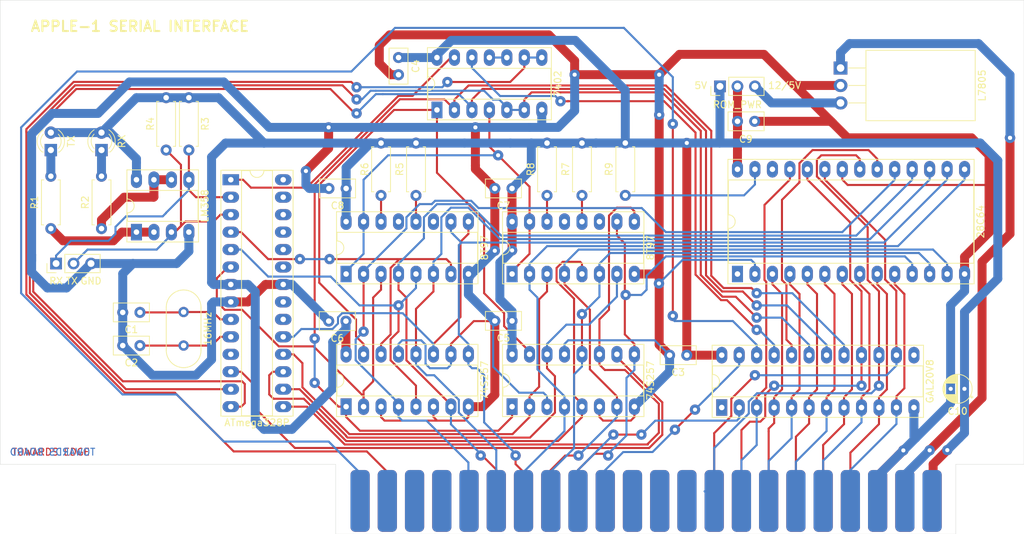
<source format=kicad_pcb>
(kicad_pcb (version 20171130) (host pcbnew "(5.1.5-0)")
  (layers (0 F.Cu signal) (31 B.Cu signal) (34 B.Paste user) (35 F.Paste user) (36 B.SilkS user) (37 F.SilkS user) (38 B.Mask user) (39 F.Mask user) (44 Edge.Cuts user))
  (net 0 "")
  (net 1 SR)
  (net 2 D3)
  (net 3 DATA0)
  (net 4 GND)
  (net 5 STATUS)
  (net 6 DATA3)
  (net 7 D0)
  (net 8 D2)
  (net 9 DATA1)
  (net 10 DATA2)
  (net 11 D1)
  (net 12 "Net-(74S257mux1-Pad15)")
  (net 13 +5V)
  (net 14 D5)
  (net 15 DATA6)
  (net 16 DATA5)
  (net 17 D6)
  (net 18 D4)
  (net 19 DATA7)
  (net 20 DATA4)
  (net 21 D7)
  (net 22 "Net-(8T97buf1-Pad1)")
  (net 23 "Net-(8T97buf1-Pad14)")
  (net 24 "Net-(8T97buf1-Pad13)")
  (net 25 "Net-(8T97buf1-Pad12)")
  (net 26 "Net-(8T97buf1-Pad11)")
  (net 27 "Net-(8T97buf2-Pad11)")
  (net 28 "Net-(8T97buf2-Pad12)")
  (net 29 "Net-(8T97buf2-Pad13)")
  (net 30 "Net-(8T97buf2-Pad14)")
  (net 31 "Net-(AT28C64B1-Pad1)")
  (net 32 A7)
  (net 33 A6)
  (net 34 A5)
  (net 35 A4)
  (net 36 ROM)
  (net 37 A3)
  (net 38 A10)
  (net 39 A2)
  (net 40 A1)
  (net 41 A11)
  (net 42 A0)
  (net 43 A9)
  (net 44 A8)
  (net 45 "Net-(AT28C64B1-Pad26)")
  (net 46 "Net-(AT28C64B1-Pad28)")
  (net 47 RESET)
  (net 48 /RXD)
  (net 49 /TXD)
  (net 50 "Net-(ATmega328P1-Pad20)")
  (net 51 "Net-(ATmega328P1-Pad21)")
  (net 52 "Net-(ATmega328P1-Pad9)")
  (net 53 "Net-(ATmega328P1-Pad23)")
  (net 54 "Net-(ATmega328P1-Pad10)")
  (net 55 "Net-(ATmega328P1-Pad24)")
  (net 56 "Net-(ATmega328P1-Pad11)")
  (net 57 "Net-(ATmega328P1-Pad25)")
  (net 58 "Net-(ATmega328P1-Pad26)")
  (net 59 WD)
  (net 60 "Net-(ATmega328P1-Pad27)")
  (net 61 RD)
  (net 62 "Net-(ATmega328P1-Pad28)")
  (net 63 "Net-(edge1-Pad21)")
  (net 64 A13)
  (net 65 A15)
  (net 66 "Net-(edge1-Pad11)")
  (net 67 "Net-(edge1-Pad10)")
  (net 68 "Net-(edge1-Pad5)")
  (net 69 "Net-(edge1-Pad4)")
  (net 70 "Net-(edge1-Pad3)")
  (net 71 RES)
  (net 72 "Net-(edge1-Pad1)")
  (net 73 PHI2)
  (net 74 "Net-(edge1-PadB)")
  (net 75 "Net-(edge1-PadC)")
  (net 76 "Net-(edge1-PadD)")
  (net 77 RW)
  (net 78 R)
  (net 79 "Net-(edge1-PadM)")
  (net 80 A14)
  (net 81 A12)
  (net 82 +12V)
  (net 83 "Net-(edge1-PadZ)")
  (net 84 "Net-(GAL20V8B1-Pad1)")
  (net 85 "Net-(GAL20V8B1-Pad13)")
  (net 86 SW_RES)
  (net 87 "Net-(L7805-Pad3)")
  (net 88 "Net-(LED1-Pad1)")
  (net 89 "Net-(LED1-Pad6)")
  (net 90 "Net-(R1-Pad2)")
  (net 91 "Net-(R2-Pad2)")
  (net 92 "Net-(U7402-Pad10)")
  (net 93 "Net-(AT28C64B1-Pad27)")
  (module Capacitor_THT:C_Disc_D5.0mm_W2.5mm_P2.50mm (layer F.Cu) (at 138.93038 91.91498 180)
    (fp_text reference C5 (at 1.25 -2.5) (layer F.SilkS))
    (fp_text value 0.1uF hide)
    (pad 2 thru_hole circle (at 2.5 0 180) (size 1.6 1.6) (drill 0.8) (layers *.Cu *.Mask) (net 4 GND))
    (pad 1 thru_hole circle (at 0 0 180) (size 1.6 1.6) (drill 0.8) (layers *.Cu *.Mask) (net 13 +5V))
  )
  (module Resistor_THT:R_Axial_DIN0207_L6.3mm_D2.5mm_P7.62mm_Horizontal (layer F.Cu) (at 155.3972 73.64984 90)
    (fp_text reference R9 (at 3.81 -2.37 90) (layer F.SilkS))
    (fp_text value 1K hide)
    (pad 2 thru_hole oval (at 7.62 0 90) (size 1.6 1.6) (drill 0.8) (layers *.Cu *.Mask) (net 13 +5V))
    (pad 1 thru_hole circle (at 0 0 90) (size 1.6 1.6) (drill 0.8) (layers *.Cu *.Mask) (net 93 "Net-(AT28C64B1-Pad27)"))
  )
  (module Capacitor_THT:CP_Radial_D4.0mm_P2.00mm (layer F.Cu) (at 204.70368 101.8032 180)
    (fp_text reference C10 (at 1 -3.25) (layer F.SilkS))
    (fp_text value 22uF hide)
    (pad 2 thru_hole circle (at 2 0 180) (size 1.2 1.2) (drill 0.6) (layers *.Cu *.Mask) (net 4 GND))
    (pad 1 thru_hole rect (at 0 0 180) (size 1.2 1.2) (drill 0.6) (layers *.Cu *.Mask) (net 13 +5V))
  )
  (module Capacitor_THT:C_Disc_D5.0mm_W2.5mm_P2.50mm (layer F.Cu) (at 171.70908 62.87008)
    (fp_text reference C9 (at 1.20396 2.59334) (layer F.SilkS))
    (fp_text value 0.1uF hide)
    (pad 2 thru_hole circle (at 2.5 0) (size 1.6 1.6) (drill 0.8) (layers *.Cu *.Mask) (net 4 GND))
    (pad 1 thru_hole circle (at 0 0) (size 1.6 1.6) (drill 0.8) (layers *.Cu *.Mask) (net 46 "Net-(AT28C64B1-Pad28)"))
  )
  (module 44pin:44pin1 (layer F.Cu) (at 156.44 118.11)
    (fp_text reference edge1 hide)
    (fp_text value 44pin_edge hide)
    (pad 22 connect roundrect (at 43.56 0 90) (size 8.9916 2.794) (layers F.Cu F.Mask) (net 13 +5V))
    (pad 21 connect roundrect (at 39.6 0 90) (size 8.9916 2.794) (layers F.Cu F.Mask) (net 63 "Net-(edge1-Pad21)"))
    (pad 20 connect roundrect (at 35.64 0 90) (size 8.9916 2.794) (layers F.Cu F.Mask) (net 4 GND))
    (pad 19 connect roundrect (at 31.68 0 90) (size 8.9916 2.794) (layers F.Cu F.Mask) (net 40 A1))
    (pad 18 connect roundrect (at 27.72 0 90) (size 8.9916 2.794) (layers F.Cu F.Mask) (net 37 A3))
    (pad 17 connect roundrect (at 23.76 0 90) (size 8.9916 2.794) (layers F.Cu F.Mask) (net 34 A5))
    (pad 16 connect roundrect (at 19.8 0 90) (size 8.9916 2.794) (layers F.Cu F.Mask) (net 32 A7))
    (pad 15 connect roundrect (at 15.84 0 90) (size 8.9916 2.794) (layers F.Cu F.Mask) (net 43 A9))
    (pad 14 connect roundrect (at 11.88 0 90) (size 8.9916 2.794) (layers F.Cu F.Mask) (net 41 A11))
    (pad 13 connect roundrect (at 7.92 0 90) (size 8.9916 2.794) (layers F.Cu F.Mask) (net 64 A13))
    (pad 12 connect roundrect (at 3.96 0 90) (size 8.9916 2.794) (layers F.Cu F.Mask) (net 65 A15))
    (pad 11 connect roundrect (at 0 0 90) (size 8.9916 2.794) (layers F.Cu F.Mask) (net 66 "Net-(edge1-Pad11)"))
    (pad 10 connect roundrect (at -3.96 0 90) (size 8.9916 2.794) (layers F.Cu F.Mask) (net 67 "Net-(edge1-Pad10)"))
    (pad 9 connect roundrect (at -7.92 0 90) (size 8.9916 2.794) (layers F.Cu F.Mask) (net 7 D0))
    (pad 8 connect roundrect (at -11.88 0 90) (size 8.9916 2.794) (layers F.Cu F.Mask) (net 8 D2))
    (pad 7 connect roundrect (at -15.84 0 90) (size 8.9916 2.794) (layers F.Cu F.Mask) (net 18 D4))
    (pad 6 connect roundrect (at -19.8 0 90) (size 8.9916 2.794) (layers F.Cu F.Mask) (net 17 D6))
    (pad 5 connect roundrect (at -23.76 0 90) (size 8.9916 2.794) (layers F.Cu F.Mask) (net 68 "Net-(edge1-Pad5)"))
    (pad 4 connect roundrect (at -27.72 0 90) (size 8.9916 2.794) (layers F.Cu F.Mask) (net 69 "Net-(edge1-Pad4)"))
    (pad 3 connect roundrect (at -31.68 0 90) (size 8.9916 2.794) (layers F.Cu F.Mask) (net 70 "Net-(edge1-Pad3)"))
    (pad 2 connect roundrect (at -35.64 0 90) (size 8.9916 2.794) (layers F.Cu F.Mask) (net 71 RES))
    (pad 1 connect roundrect (at -39.6 0 90) (size 8.9916 2.794) (layers F.Cu F.Mask) (net 72 "Net-(edge1-Pad1)"))
    (pad A connect roundrect (at -39.6 0 90) (size 8.9916 2.794) (layers B.Cu B.Mask) (net 73 PHI2))
    (pad B connect roundrect (at -35.64 0 90) (size 8.9916 2.794) (layers B.Cu B.Mask) (net 74 "Net-(edge1-PadB)"))
    (pad C connect roundrect (at -31.68 0 90) (size 8.9916 2.794) (layers B.Cu B.Mask) (net 75 "Net-(edge1-PadC)"))
    (pad D connect roundrect (at -27.72 0 90) (size 8.9916 2.794) (layers B.Cu B.Mask) (net 76 "Net-(edge1-PadD)"))
    (pad E connect roundrect (at -23.76 0 90) (size 8.9916 2.794) (layers B.Cu B.Mask) (net 21 D7))
    (pad F connect roundrect (at -19.8 0 90) (size 8.9916 2.794) (layers B.Cu B.Mask) (net 14 D5))
    (pad H connect roundrect (at -15.84 0 90) (size 8.9916 2.794) (layers B.Cu B.Mask) (net 2 D3))
    (pad J connect roundrect (at -11.88 0 90) (size 8.9916 2.794) (layers B.Cu B.Mask) (net 11 D1))
    (pad K connect roundrect (at -7.92 0 90) (size 8.9916 2.794) (layers B.Cu B.Mask) (net 77 RW))
    (pad L connect roundrect (at -3.96 0 90) (size 8.9916 2.794) (layers B.Cu B.Mask) (net 78 R))
    (pad M connect roundrect (at 0 0 90) (size 8.9916 2.794) (layers B.Cu B.Mask) (net 79 "Net-(edge1-PadM)"))
    (pad N connect roundrect (at 3.96 0 90) (size 8.9916 2.794) (layers B.Cu B.Mask) (net 80 A14))
    (pad P connect roundrect (at 7.92 0 90) (size 8.9916 2.794) (layers B.Cu B.Mask) (net 81 A12))
    (pad R connect roundrect (at 11.88 0 90) (size 8.9916 2.794) (layers B.Cu B.Mask) (net 38 A10))
    (pad S connect roundrect (at 15.84 0 90) (size 8.9916 2.794) (layers B.Cu B.Mask) (net 44 A8))
    (pad T connect roundrect (at 19.8 0 90) (size 8.9916 2.794) (layers B.Cu B.Mask) (net 33 A6))
    (pad U connect roundrect (at 23.76 0 90) (size 8.9916 2.794) (layers B.Cu B.Mask) (net 35 A4))
    (pad V connect roundrect (at 27.72 0 90) (size 8.9916 2.794) (layers B.Cu B.Mask) (net 39 A2))
    (pad W connect roundrect (at 31.68 0 90) (size 8.9916 2.794) (layers B.Cu B.Mask) (net 42 A0))
    (pad X connect roundrect (at 35.64 0 90) (size 8.9916 2.794) (layers B.Cu B.Mask) (net 4 GND))
    (pad Y connect roundrect (at 39.6 0 90) (size 8.9916 2.794) (layers B.Cu B.Mask) (net 82 +12V))
    (pad Z connect roundrect (at 43.56 0 90) (size 8.9916 2.794) (layers B.Cu B.Mask) (net 83 "Net-(edge1-PadZ)"))
  )
  (module Package_DIP:DIP-28_W15.24mm_Socket_LongPads (layer F.Cu) (at 171.704 85.09 90)
    (fp_text reference AT28C64B1 hide)
    (fp_text value 28C64 (at 7.62 35.35 90) (layer F.SilkS))
    (pad 28 thru_hole oval (at 15.24 0 90) (size 2.4 1.6) (drill 0.8) (layers *.Cu *.Mask) (net 46 "Net-(AT28C64B1-Pad28)"))
    (pad 14 thru_hole oval (at 0 33.02 90) (size 2.4 1.6) (drill 0.8) (layers *.Cu *.Mask) (net 4 GND))
    (pad 27 thru_hole oval (at 15.24 2.54 90) (size 2.4 1.6) (drill 0.8) (layers *.Cu *.Mask) (net 93 "Net-(AT28C64B1-Pad27)"))
    (pad 13 thru_hole oval (at 0 30.48 90) (size 2.4 1.6) (drill 0.8) (layers *.Cu *.Mask) (net 8 D2))
    (pad 26 thru_hole oval (at 15.24 5.08 90) (size 2.4 1.6) (drill 0.8) (layers *.Cu *.Mask) (net 45 "Net-(AT28C64B1-Pad26)"))
    (pad 12 thru_hole oval (at 0 27.94 90) (size 2.4 1.6) (drill 0.8) (layers *.Cu *.Mask) (net 11 D1))
    (pad 25 thru_hole oval (at 15.24 7.62 90) (size 2.4 1.6) (drill 0.8) (layers *.Cu *.Mask) (net 44 A8))
    (pad 11 thru_hole oval (at 0 25.4 90) (size 2.4 1.6) (drill 0.8) (layers *.Cu *.Mask) (net 7 D0))
    (pad 24 thru_hole oval (at 15.24 10.16 90) (size 2.4 1.6) (drill 0.8) (layers *.Cu *.Mask) (net 43 A9))
    (pad 10 thru_hole oval (at 0 22.86 90) (size 2.4 1.6) (drill 0.8) (layers *.Cu *.Mask) (net 42 A0))
    (pad 23 thru_hole oval (at 15.24 12.7 90) (size 2.4 1.6) (drill 0.8) (layers *.Cu *.Mask) (net 41 A11))
    (pad 9 thru_hole oval (at 0 20.32 90) (size 2.4 1.6) (drill 0.8) (layers *.Cu *.Mask) (net 40 A1))
    (pad 22 thru_hole oval (at 15.24 15.24 90) (size 2.4 1.6) (drill 0.8) (layers *.Cu *.Mask) (net 4 GND))
    (pad 8 thru_hole oval (at 0 17.78 90) (size 2.4 1.6) (drill 0.8) (layers *.Cu *.Mask) (net 39 A2))
    (pad 21 thru_hole oval (at 15.24 17.78 90) (size 2.4 1.6) (drill 0.8) (layers *.Cu *.Mask) (net 38 A10))
    (pad 7 thru_hole oval (at 0 15.24 90) (size 2.4 1.6) (drill 0.8) (layers *.Cu *.Mask) (net 37 A3))
    (pad 20 thru_hole oval (at 15.24 20.32 90) (size 2.4 1.6) (drill 0.8) (layers *.Cu *.Mask) (net 36 ROM))
    (pad 6 thru_hole oval (at 0 12.7 90) (size 2.4 1.6) (drill 0.8) (layers *.Cu *.Mask) (net 35 A4))
    (pad 19 thru_hole oval (at 15.24 22.86 90) (size 2.4 1.6) (drill 0.8) (layers *.Cu *.Mask) (net 21 D7))
    (pad 5 thru_hole oval (at 0 10.16 90) (size 2.4 1.6) (drill 0.8) (layers *.Cu *.Mask) (net 34 A5))
    (pad 18 thru_hole oval (at 15.24 25.4 90) (size 2.4 1.6) (drill 0.8) (layers *.Cu *.Mask) (net 17 D6))
    (pad 4 thru_hole oval (at 0 7.62 90) (size 2.4 1.6) (drill 0.8) (layers *.Cu *.Mask) (net 33 A6))
    (pad 17 thru_hole oval (at 15.24 27.94 90) (size 2.4 1.6) (drill 0.8) (layers *.Cu *.Mask) (net 14 D5))
    (pad 3 thru_hole oval (at 0 5.08 90) (size 2.4 1.6) (drill 0.8) (layers *.Cu *.Mask) (net 32 A7))
    (pad 16 thru_hole oval (at 15.24 30.48 90) (size 2.4 1.6) (drill 0.8) (layers *.Cu *.Mask) (net 18 D4))
    (pad 2 thru_hole oval (at 0 2.54 90) (size 2.4 1.6) (drill 0.8) (layers *.Cu *.Mask) (net 4 GND))
    (pad 15 thru_hole oval (at 15.24 33.02 90) (size 2.4 1.6) (drill 0.8) (layers *.Cu *.Mask) (net 2 D3))
    (pad 1 thru_hole rect (at 0 0 90) (size 2.4 1.6) (drill 0.8) (layers *.Cu *.Mask) (net 31 "Net-(AT28C64B1-Pad1)"))
  )
  (module Capacitor_THT:C_Disc_D5.0mm_W2.5mm_P2.50mm (layer F.Cu) (at 84.836 95.504 180)
    (fp_text reference C2 (at 1.25 -2.5) (layer F.SilkS))
    (fp_text value 22pF hide)
    (pad 2 thru_hole circle (at 2.5 0 180) (size 1.6 1.6) (drill 0.8) (layers *.Cu *.Mask) (net 4 GND))
    (pad 1 thru_hole circle (at 0 0 180) (size 1.6 1.6) (drill 0.8) (layers *.Cu *.Mask) (net 54 "Net-(ATmega328P1-Pad10)"))
  )
  (module Package_DIP:DIP-24_W7.62mm_Socket_LongPads (layer F.Cu) (at 169.418 104.521 90)
    (fp_text reference GAL20V8B1 hide)
    (fp_text value GAL20V8 (at 3.81 30.27 90) (layer F.SilkS))
    (pad 24 thru_hole oval (at 7.62 0 90) (size 2.4 1.6) (drill 0.8) (layers *.Cu *.Mask) (net 13 +5V))
    (pad 12 thru_hole oval (at 0 27.94 90) (size 2.4 1.6) (drill 0.8) (layers *.Cu *.Mask) (net 4 GND))
    (pad 23 thru_hole oval (at 7.62 2.54 90) (size 2.4 1.6) (drill 0.8) (layers *.Cu *.Mask) (net 78 R))
    (pad 11 thru_hole oval (at 0 25.4 90) (size 2.4 1.6) (drill 0.8) (layers *.Cu *.Mask) (net 42 A0))
    (pad 22 thru_hole oval (at 7.62 5.08 90) (size 2.4 1.6) (drill 0.8) (layers *.Cu *.Mask) (net 73 PHI2))
    (pad 10 thru_hole oval (at 0 22.86 90) (size 2.4 1.6) (drill 0.8) (layers *.Cu *.Mask) (net 40 A1))
    (pad 21 thru_hole oval (at 7.62 7.62 90) (size 2.4 1.6) (drill 0.8) (layers *.Cu *.Mask) (net 86 SW_RES))
    (pad 9 thru_hole oval (at 0 20.32 90) (size 2.4 1.6) (drill 0.8) (layers *.Cu *.Mask) (net 39 A2))
    (pad 20 thru_hole oval (at 7.62 10.16 90) (size 2.4 1.6) (drill 0.8) (layers *.Cu *.Mask) (net 36 ROM))
    (pad 8 thru_hole oval (at 0 17.78 90) (size 2.4 1.6) (drill 0.8) (layers *.Cu *.Mask) (net 37 A3))
    (pad 19 thru_hole oval (at 7.62 12.7 90) (size 2.4 1.6) (drill 0.8) (layers *.Cu *.Mask) (net 59 WD))
    (pad 7 thru_hole oval (at 0 15.24 90) (size 2.4 1.6) (drill 0.8) (layers *.Cu *.Mask) (net 35 A4))
    (pad 18 thru_hole oval (at 7.62 15.24 90) (size 2.4 1.6) (drill 0.8) (layers *.Cu *.Mask) (net 61 RD))
    (pad 6 thru_hole oval (at 0 12.7 90) (size 2.4 1.6) (drill 0.8) (layers *.Cu *.Mask) (net 34 A5))
    (pad 17 thru_hole oval (at 7.62 17.78 90) (size 2.4 1.6) (drill 0.8) (layers *.Cu *.Mask) (net 1 SR))
    (pad 5 thru_hole oval (at 0 10.16 90) (size 2.4 1.6) (drill 0.8) (layers *.Cu *.Mask) (net 33 A6))
    (pad 16 thru_hole oval (at 7.62 20.32 90) (size 2.4 1.6) (drill 0.8) (layers *.Cu *.Mask) (net 43 A9))
    (pad 4 thru_hole oval (at 0 7.62 90) (size 2.4 1.6) (drill 0.8) (layers *.Cu *.Mask) (net 32 A7))
    (pad 15 thru_hole oval (at 7.62 22.86 90) (size 2.4 1.6) (drill 0.8) (layers *.Cu *.Mask) (net 38 A10))
    (pad 3 thru_hole oval (at 0 5.08 90) (size 2.4 1.6) (drill 0.8) (layers *.Cu *.Mask) (net 44 A8))
    (pad 14 thru_hole oval (at 7.62 25.4 90) (size 2.4 1.6) (drill 0.8) (layers *.Cu *.Mask) (net 41 A11))
    (pad 2 thru_hole oval (at 0 2.54 90) (size 2.4 1.6) (drill 0.8) (layers *.Cu *.Mask) (net 77 RW))
    (pad 13 thru_hole oval (at 7.62 27.94 90) (size 2.4 1.6) (drill 0.8) (layers *.Cu *.Mask) (net 85 "Net-(GAL20V8B1-Pad13)"))
    (pad 1 thru_hole rect (at 0 0 90) (size 2.4 1.6) (drill 0.8) (layers *.Cu *.Mask) (net 84 "Net-(GAL20V8B1-Pad1)"))
  )
  (module Package_DIP:DIP-16_W7.62mm_Socket_LongPads (layer F.Cu) (at 138.938 104.394 90)
    (fp_text reference 74S257mux1 hide)
    (fp_text value 74S257 (at 3.81 20.11 90) (layer F.SilkS))
    (pad 16 thru_hole oval (at 7.62 0 90) (size 2.4 1.6) (drill 0.8) (layers *.Cu *.Mask) (net 13 +5V))
    (pad 8 thru_hole oval (at 0 17.78 90) (size 2.4 1.6) (drill 0.8) (layers *.Cu *.Mask) (net 4 GND))
    (pad 15 thru_hole oval (at 7.62 2.54 90) (size 2.4 1.6) (drill 0.8) (layers *.Cu *.Mask) (net 12 "Net-(74S257mux1-Pad15)"))
    (pad 7 thru_hole oval (at 0 15.24 90) (size 2.4 1.6) (drill 0.8) (layers *.Cu *.Mask) (net 8 D2))
    (pad 14 thru_hole oval (at 7.62 5.08 90) (size 2.4 1.6) (drill 0.8) (layers *.Cu *.Mask) (net 9 DATA1))
    (pad 6 thru_hole oval (at 0 12.7 90) (size 2.4 1.6) (drill 0.8) (layers *.Cu *.Mask) (net 4 GND))
    (pad 13 thru_hole oval (at 7.62 7.62 90) (size 2.4 1.6) (drill 0.8) (layers *.Cu *.Mask) (net 4 GND))
    (pad 5 thru_hole oval (at 0 10.16 90) (size 2.4 1.6) (drill 0.8) (layers *.Cu *.Mask) (net 10 DATA2))
    (pad 12 thru_hole oval (at 7.62 10.16 90) (size 2.4 1.6) (drill 0.8) (layers *.Cu *.Mask) (net 11 D1))
    (pad 4 thru_hole oval (at 0 7.62 90) (size 2.4 1.6) (drill 0.8) (layers *.Cu *.Mask) (net 2 D3))
    (pad 11 thru_hole oval (at 7.62 12.7 90) (size 2.4 1.6) (drill 0.8) (layers *.Cu *.Mask) (net 3 DATA0))
    (pad 3 thru_hole oval (at 0 5.08 90) (size 2.4 1.6) (drill 0.8) (layers *.Cu *.Mask) (net 4 GND))
    (pad 10 thru_hole oval (at 7.62 15.24 90) (size 2.4 1.6) (drill 0.8) (layers *.Cu *.Mask) (net 5 STATUS))
    (pad 2 thru_hole oval (at 0 2.54 90) (size 2.4 1.6) (drill 0.8) (layers *.Cu *.Mask) (net 6 DATA3))
    (pad 9 thru_hole oval (at 7.62 17.78 90) (size 2.4 1.6) (drill 0.8) (layers *.Cu *.Mask) (net 7 D0))
    (pad 1 thru_hole rect (at 0 0 90) (size 2.4 1.6) (drill 0.8) (layers *.Cu *.Mask) (net 1 SR))
  )
  (module Package_DIP:DIP-16_W7.62mm_Socket_LongPads (layer F.Cu) (at 114.808 104.394 90)
    (fp_text reference 74S257mux2 hide)
    (fp_text value 74S257 (at 3.81 20.11 90) (layer F.SilkS))
    (pad 16 thru_hole oval (at 7.62 0 90) (size 2.4 1.6) (drill 0.8) (layers *.Cu *.Mask) (net 13 +5V))
    (pad 8 thru_hole oval (at 0 17.78 90) (size 2.4 1.6) (drill 0.8) (layers *.Cu *.Mask) (net 4 GND))
    (pad 15 thru_hole oval (at 7.62 2.54 90) (size 2.4 1.6) (drill 0.8) (layers *.Cu *.Mask) (net 12 "Net-(74S257mux1-Pad15)"))
    (pad 7 thru_hole oval (at 0 15.24 90) (size 2.4 1.6) (drill 0.8) (layers *.Cu *.Mask) (net 17 D6))
    (pad 14 thru_hole oval (at 7.62 5.08 90) (size 2.4 1.6) (drill 0.8) (layers *.Cu *.Mask) (net 16 DATA5))
    (pad 6 thru_hole oval (at 0 12.7 90) (size 2.4 1.6) (drill 0.8) (layers *.Cu *.Mask) (net 4 GND))
    (pad 13 thru_hole oval (at 7.62 7.62 90) (size 2.4 1.6) (drill 0.8) (layers *.Cu *.Mask) (net 4 GND))
    (pad 5 thru_hole oval (at 0 10.16 90) (size 2.4 1.6) (drill 0.8) (layers *.Cu *.Mask) (net 15 DATA6))
    (pad 12 thru_hole oval (at 7.62 10.16 90) (size 2.4 1.6) (drill 0.8) (layers *.Cu *.Mask) (net 14 D5))
    (pad 4 thru_hole oval (at 0 7.62 90) (size 2.4 1.6) (drill 0.8) (layers *.Cu *.Mask) (net 21 D7))
    (pad 11 thru_hole oval (at 7.62 12.7 90) (size 2.4 1.6) (drill 0.8) (layers *.Cu *.Mask) (net 20 DATA4))
    (pad 3 thru_hole oval (at 0 5.08 90) (size 2.4 1.6) (drill 0.8) (layers *.Cu *.Mask) (net 4 GND))
    (pad 10 thru_hole oval (at 7.62 15.24 90) (size 2.4 1.6) (drill 0.8) (layers *.Cu *.Mask) (net 4 GND))
    (pad 2 thru_hole oval (at 0 2.54 90) (size 2.4 1.6) (drill 0.8) (layers *.Cu *.Mask) (net 19 DATA7))
    (pad 9 thru_hole oval (at 7.62 17.78 90) (size 2.4 1.6) (drill 0.8) (layers *.Cu *.Mask) (net 18 D4))
    (pad 1 thru_hole rect (at 0 0 90) (size 2.4 1.6) (drill 0.8) (layers *.Cu *.Mask) (net 1 SR))
  )
  (module Package_DIP:DIP-16_W7.62mm_Socket_LongPads (layer F.Cu) (at 138.938 85.09 90)
    (fp_text reference 8T97buf1 hide)
    (fp_text value 8T97 (at 3.81 20.11 90) (layer F.SilkS))
    (pad 16 thru_hole oval (at 7.62 0 90) (size 2.4 1.6) (drill 0.8) (layers *.Cu *.Mask) (net 13 +5V))
    (pad 8 thru_hole oval (at 0 17.78 90) (size 2.4 1.6) (drill 0.8) (layers *.Cu *.Mask) (net 4 GND))
    (pad 15 thru_hole oval (at 7.62 2.54 90) (size 2.4 1.6) (drill 0.8) (layers *.Cu *.Mask) (net 22 "Net-(8T97buf1-Pad1)"))
    (pad 7 thru_hole oval (at 0 15.24 90) (size 2.4 1.6) (drill 0.8) (layers *.Cu *.Mask) (net 9 DATA1))
    (pad 14 thru_hole oval (at 7.62 5.08 90) (size 2.4 1.6) (drill 0.8) (layers *.Cu *.Mask) (net 23 "Net-(8T97buf1-Pad14)"))
    (pad 6 thru_hole oval (at 0 12.7 90) (size 2.4 1.6) (drill 0.8) (layers *.Cu *.Mask) (net 11 D1))
    (pad 13 thru_hole oval (at 7.62 7.62 90) (size 2.4 1.6) (drill 0.8) (layers *.Cu *.Mask) (net 24 "Net-(8T97buf1-Pad13)"))
    (pad 5 thru_hole oval (at 0 10.16 90) (size 2.4 1.6) (drill 0.8) (layers *.Cu *.Mask) (net 10 DATA2))
    (pad 12 thru_hole oval (at 7.62 10.16 90) (size 2.4 1.6) (drill 0.8) (layers *.Cu *.Mask) (net 25 "Net-(8T97buf1-Pad12)"))
    (pad 4 thru_hole oval (at 0 7.62 90) (size 2.4 1.6) (drill 0.8) (layers *.Cu *.Mask) (net 8 D2))
    (pad 11 thru_hole oval (at 7.62 12.7 90) (size 2.4 1.6) (drill 0.8) (layers *.Cu *.Mask) (net 26 "Net-(8T97buf1-Pad11)"))
    (pad 3 thru_hole oval (at 0 5.08 90) (size 2.4 1.6) (drill 0.8) (layers *.Cu *.Mask) (net 6 DATA3))
    (pad 10 thru_hole oval (at 7.62 15.24 90) (size 2.4 1.6) (drill 0.8) (layers *.Cu *.Mask) (net 7 D0))
    (pad 2 thru_hole oval (at 0 2.54 90) (size 2.4 1.6) (drill 0.8) (layers *.Cu *.Mask) (net 2 D3))
    (pad 9 thru_hole oval (at 7.62 17.78 90) (size 2.4 1.6) (drill 0.8) (layers *.Cu *.Mask) (net 3 DATA0))
    (pad 1 thru_hole rect (at 0 0 90) (size 2.4 1.6) (drill 0.8) (layers *.Cu *.Mask) (net 22 "Net-(8T97buf1-Pad1)"))
  )
  (module Package_DIP:DIP-16_W7.62mm_Socket_LongPads (layer F.Cu) (at 114.808 85.09 90)
    (fp_text reference 8T97buf2 hide)
    (fp_text value 8T97 (at 3.81 20.11 90) (layer F.SilkS))
    (pad 16 thru_hole oval (at 7.62 0 90) (size 2.4 1.6) (drill 0.8) (layers *.Cu *.Mask) (net 13 +5V))
    (pad 8 thru_hole oval (at 0 17.78 90) (size 2.4 1.6) (drill 0.8) (layers *.Cu *.Mask) (net 4 GND))
    (pad 15 thru_hole oval (at 7.62 2.54 90) (size 2.4 1.6) (drill 0.8) (layers *.Cu *.Mask) (net 22 "Net-(8T97buf1-Pad1)"))
    (pad 7 thru_hole oval (at 0 15.24 90) (size 2.4 1.6) (drill 0.8) (layers *.Cu *.Mask) (net 16 DATA5))
    (pad 14 thru_hole oval (at 7.62 5.08 90) (size 2.4 1.6) (drill 0.8) (layers *.Cu *.Mask) (net 30 "Net-(8T97buf2-Pad14)"))
    (pad 6 thru_hole oval (at 0 12.7 90) (size 2.4 1.6) (drill 0.8) (layers *.Cu *.Mask) (net 14 D5))
    (pad 13 thru_hole oval (at 7.62 7.62 90) (size 2.4 1.6) (drill 0.8) (layers *.Cu *.Mask) (net 29 "Net-(8T97buf2-Pad13)"))
    (pad 5 thru_hole oval (at 0 10.16 90) (size 2.4 1.6) (drill 0.8) (layers *.Cu *.Mask) (net 15 DATA6))
    (pad 12 thru_hole oval (at 7.62 10.16 90) (size 2.4 1.6) (drill 0.8) (layers *.Cu *.Mask) (net 28 "Net-(8T97buf2-Pad12)"))
    (pad 4 thru_hole oval (at 0 7.62 90) (size 2.4 1.6) (drill 0.8) (layers *.Cu *.Mask) (net 17 D6))
    (pad 11 thru_hole oval (at 7.62 12.7 90) (size 2.4 1.6) (drill 0.8) (layers *.Cu *.Mask) (net 27 "Net-(8T97buf2-Pad11)"))
    (pad 3 thru_hole oval (at 0 5.08 90) (size 2.4 1.6) (drill 0.8) (layers *.Cu *.Mask) (net 19 DATA7))
    (pad 10 thru_hole oval (at 7.62 15.24 90) (size 2.4 1.6) (drill 0.8) (layers *.Cu *.Mask) (net 18 D4))
    (pad 2 thru_hole oval (at 0 2.54 90) (size 2.4 1.6) (drill 0.8) (layers *.Cu *.Mask) (net 21 D7))
    (pad 9 thru_hole oval (at 7.62 17.78 90) (size 2.4 1.6) (drill 0.8) (layers *.Cu *.Mask) (net 20 DATA4))
    (pad 1 thru_hole rect (at 0 0 90) (size 2.4 1.6) (drill 0.8) (layers *.Cu *.Mask) (net 22 "Net-(8T97buf1-Pad1)"))
  )
  (module Package_DIP:DIP-28_W7.62mm_Socket_LongPads (layer F.Cu) (at 98.044 71.374)
    (fp_text reference ATmega328P1 hide)
    (fp_text value ATmega328P (at 3.81 35.35) (layer F.SilkS))
    (pad 28 thru_hole oval (at 7.62 0) (size 2.4 1.6) (drill 0.8) (layers *.Cu *.Mask) (net 62 "Net-(ATmega328P1-Pad28)"))
    (pad 14 thru_hole oval (at 0 33.02) (size 2.4 1.6) (drill 0.8) (layers *.Cu *.Mask) (net 61 RD))
    (pad 27 thru_hole oval (at 7.62 2.54) (size 2.4 1.6) (drill 0.8) (layers *.Cu *.Mask) (net 60 "Net-(ATmega328P1-Pad27)"))
    (pad 13 thru_hole oval (at 0 30.48) (size 2.4 1.6) (drill 0.8) (layers *.Cu *.Mask) (net 59 WD))
    (pad 26 thru_hole oval (at 7.62 5.08) (size 2.4 1.6) (drill 0.8) (layers *.Cu *.Mask) (net 58 "Net-(ATmega328P1-Pad26)"))
    (pad 12 thru_hole oval (at 0 27.94) (size 2.4 1.6) (drill 0.8) (layers *.Cu *.Mask) (net 5 STATUS))
    (pad 25 thru_hole oval (at 7.62 7.62) (size 2.4 1.6) (drill 0.8) (layers *.Cu *.Mask) (net 57 "Net-(ATmega328P1-Pad25)"))
    (pad 11 thru_hole oval (at 0 25.4) (size 2.4 1.6) (drill 0.8) (layers *.Cu *.Mask) (net 56 "Net-(ATmega328P1-Pad11)"))
    (pad 24 thru_hole oval (at 7.62 10.16) (size 2.4 1.6) (drill 0.8) (layers *.Cu *.Mask) (net 55 "Net-(ATmega328P1-Pad24)"))
    (pad 10 thru_hole oval (at 0 22.86) (size 2.4 1.6) (drill 0.8) (layers *.Cu *.Mask) (net 54 "Net-(ATmega328P1-Pad10)"))
    (pad 23 thru_hole oval (at 7.62 12.7) (size 2.4 1.6) (drill 0.8) (layers *.Cu *.Mask) (net 53 "Net-(ATmega328P1-Pad23)"))
    (pad 9 thru_hole oval (at 0 20.32) (size 2.4 1.6) (drill 0.8) (layers *.Cu *.Mask) (net 52 "Net-(ATmega328P1-Pad9)"))
    (pad 22 thru_hole oval (at 7.62 15.24) (size 2.4 1.6) (drill 0.8) (layers *.Cu *.Mask) (net 4 GND))
    (pad 8 thru_hole oval (at 0 17.78) (size 2.4 1.6) (drill 0.8) (layers *.Cu *.Mask) (net 4 GND))
    (pad 21 thru_hole oval (at 7.62 17.78) (size 2.4 1.6) (drill 0.8) (layers *.Cu *.Mask) (net 51 "Net-(ATmega328P1-Pad21)"))
    (pad 7 thru_hole oval (at 0 15.24) (size 2.4 1.6) (drill 0.8) (layers *.Cu *.Mask) (net 13 +5V))
    (pad 20 thru_hole oval (at 7.62 20.32) (size 2.4 1.6) (drill 0.8) (layers *.Cu *.Mask) (net 50 "Net-(ATmega328P1-Pad20)"))
    (pad 6 thru_hole oval (at 0 12.7) (size 2.4 1.6) (drill 0.8) (layers *.Cu *.Mask) (net 19 DATA7))
    (pad 19 thru_hole oval (at 7.62 22.86) (size 2.4 1.6) (drill 0.8) (layers *.Cu *.Mask) (net 20 DATA4))
    (pad 5 thru_hole oval (at 0 10.16) (size 2.4 1.6) (drill 0.8) (layers *.Cu *.Mask) (net 15 DATA6))
    (pad 18 thru_hole oval (at 7.62 25.4) (size 2.4 1.6) (drill 0.8) (layers *.Cu *.Mask) (net 6 DATA3))
    (pad 4 thru_hole oval (at 0 7.62) (size 2.4 1.6) (drill 0.8) (layers *.Cu *.Mask) (net 16 DATA5))
    (pad 17 thru_hole oval (at 7.62 27.94) (size 2.4 1.6) (drill 0.8) (layers *.Cu *.Mask) (net 10 DATA2))
    (pad 3 thru_hole oval (at 0 5.08) (size 2.4 1.6) (drill 0.8) (layers *.Cu *.Mask) (net 49 /TXD))
    (pad 16 thru_hole oval (at 7.62 30.48) (size 2.4 1.6) (drill 0.8) (layers *.Cu *.Mask) (net 9 DATA1))
    (pad 2 thru_hole oval (at 0 2.54) (size 2.4 1.6) (drill 0.8) (layers *.Cu *.Mask) (net 48 /RXD))
    (pad 15 thru_hole oval (at 7.62 33.02) (size 2.4 1.6) (drill 0.8) (layers *.Cu *.Mask) (net 3 DATA0))
    (pad 1 thru_hole rect (at 0 0) (size 2.4 1.6) (drill 0.8) (layers *.Cu *.Mask) (net 47 RESET))
  )
  (module Capacitor_THT:C_Disc_D5.0mm_W2.5mm_P2.50mm (layer F.Cu) (at 84.836 90.678 180)
    (fp_text reference C1 (at 1.25 -2.5) (layer F.SilkS))
    (fp_text value 22pF hide)
    (pad 2 thru_hole circle (at 2.5 0 180) (size 1.6 1.6) (drill 0.8) (layers *.Cu *.Mask) (net 4 GND))
    (pad 1 thru_hole circle (at 0 0 180) (size 1.6 1.6) (drill 0.8) (layers *.Cu *.Mask) (net 52 "Net-(ATmega328P1-Pad9)"))
  )
  (module Capacitor_THT:C_Disc_D5.0mm_W2.5mm_P2.50mm (layer F.Cu) (at 164.338 96.901 180)
    (fp_text reference C3 (at 1.25 -2.5) (layer F.SilkS))
    (fp_text value 0.1uF hide)
    (pad 2 thru_hole circle (at 2.5 0 180) (size 1.6 1.6) (drill 0.8) (layers *.Cu *.Mask) (net 4 GND))
    (pad 1 thru_hole circle (at 0 0 180) (size 1.6 1.6) (drill 0.8) (layers *.Cu *.Mask) (net 13 +5V))
  )
  (module Capacitor_THT:C_Disc_D5.0mm_W2.5mm_P2.50mm (layer F.Cu) (at 122.428 53.594 270)
    (fp_text reference C4 (at 1.25 -2.5 90) (layer F.SilkS))
    (fp_text value 0.1uF hide)
    (pad 2 thru_hole circle (at 2.5 0 270) (size 1.6 1.6) (drill 0.8) (layers *.Cu *.Mask) (net 4 GND))
    (pad 1 thru_hole circle (at 0 0 270) (size 1.6 1.6) (drill 0.8) (layers *.Cu *.Mask) (net 13 +5V))
  )
  (module Capacitor_THT:C_Disc_D5.0mm_W2.5mm_P2.50mm (layer F.Cu) (at 114.78006 91.94546 180)
    (fp_text reference C6 (at 1.25 -2.5) (layer F.SilkS))
    (fp_text value 0.1uF hide)
    (pad 2 thru_hole circle (at 2.5 0 180) (size 1.6 1.6) (drill 0.8) (layers *.Cu *.Mask) (net 4 GND))
    (pad 1 thru_hole circle (at 0 0 180) (size 1.6 1.6) (drill 0.8) (layers *.Cu *.Mask) (net 13 +5V))
  )
  (module Capacitor_THT:C_Disc_D5.0mm_W2.5mm_P2.50mm (layer F.Cu) (at 138.92784 72.64146 180)
    (fp_text reference C7 (at 1.25 -2.5) (layer F.SilkS))
    (fp_text value 0.1uF hide)
    (pad 2 thru_hole circle (at 2.5 0 180) (size 1.6 1.6) (drill 0.8) (layers *.Cu *.Mask) (net 4 GND))
    (pad 1 thru_hole circle (at 0 0 180) (size 1.6 1.6) (drill 0.8) (layers *.Cu *.Mask) (net 13 +5V))
  )
  (module Capacitor_THT:C_Disc_D5.0mm_W2.5mm_P2.50mm (layer F.Cu) (at 114.81308 72.644 180)
    (fp_text reference C8 (at 1.25 -2.5) (layer F.SilkS))
    (fp_text value 0.1uF hide)
    (pad 2 thru_hole circle (at 2.5 0 180) (size 1.6 1.6) (drill 0.8) (layers *.Cu *.Mask) (net 4 GND))
    (pad 1 thru_hole circle (at 0 0 180) (size 1.6 1.6) (drill 0.8) (layers *.Cu *.Mask) (net 13 +5V))
  )
  (module Package_TO_SOT_THT:TO-220-3_Horizontal_TabDown (layer F.Cu) (at 186.69 55.118 270)
    (fp_text reference L7805 (at 2.54 -20.58 90) (layer F.SilkS))
    (fp_text value L7805 hide)
    (pad 3 thru_hole oval (at 5.08 0 270) (size 1.905 2) (drill 1.1) (layers *.Cu *.Mask) (net 87 "Net-(L7805-Pad3)"))
    (pad 2 thru_hole oval (at 2.54 0 270) (size 1.905 2) (drill 1.1) (layers *.Cu *.Mask) (net 4 GND))
    (pad 1 thru_hole rect (at 0 0 270) (size 1.905 2) (drill 1.1) (layers *.Cu *.Mask) (net 82 +12V))
    (pad "" np_thru_hole oval (at 2.54 -16.66 270) (size 3.5 3.5) (drill 3.5) (layers *.Cu *.Mask))
  )
  (module Package_DIP:DIP-8_W7.62mm_Socket_LongPads (layer F.Cu) (at 84.328 78.994 90)
    (fp_text reference LED1 hide)
    (fp_text value LM358 (at 3.81 9.95 90) (layer F.SilkS))
    (pad 8 thru_hole oval (at 7.62 0 90) (size 2.4 1.6) (drill 0.8) (layers *.Cu *.Mask) (net 13 +5V))
    (pad 4 thru_hole oval (at 0 7.62 90) (size 2.4 1.6) (drill 0.8) (layers *.Cu *.Mask) (net 4 GND))
    (pad 7 thru_hole oval (at 7.62 2.54 90) (size 2.4 1.6) (drill 0.8) (layers *.Cu *.Mask) (net 89 "Net-(LED1-Pad6)"))
    (pad 3 thru_hole oval (at 0 5.08 90) (size 2.4 1.6) (drill 0.8) (layers *.Cu *.Mask) (net 49 /TXD))
    (pad 6 thru_hole oval (at 7.62 5.08 90) (size 2.4 1.6) (drill 0.8) (layers *.Cu *.Mask) (net 89 "Net-(LED1-Pad6)"))
    (pad 2 thru_hole oval (at 0 2.54 90) (size 2.4 1.6) (drill 0.8) (layers *.Cu *.Mask) (net 88 "Net-(LED1-Pad1)"))
    (pad 5 thru_hole oval (at 7.62 7.62 90) (size 2.4 1.6) (drill 0.8) (layers *.Cu *.Mask) (net 48 /RXD))
    (pad 1 thru_hole rect (at 0 0 90) (size 2.4 1.6) (drill 0.8) (layers *.Cu *.Mask) (net 88 "Net-(LED1-Pad1)"))
  )
  (module Resistor_THT:R_Axial_DIN0207_L6.3mm_D2.5mm_P7.62mm_Horizontal (layer F.Cu) (at 71.882 78.486 90)
    (fp_text reference R1 (at 3.81 -2.37 90) (layer F.SilkS))
    (fp_text value 460 hide)
    (pad 2 thru_hole oval (at 7.62 0 90) (size 1.6 1.6) (drill 0.8) (layers *.Cu *.Mask) (net 90 "Net-(R1-Pad2)"))
    (pad 1 thru_hole circle (at 0 0 90) (size 1.6 1.6) (drill 0.8) (layers *.Cu *.Mask) (net 88 "Net-(LED1-Pad1)"))
  )
  (module Resistor_THT:R_Axial_DIN0207_L6.3mm_D2.5mm_P7.62mm_Horizontal (layer F.Cu) (at 79.248 78.486 90)
    (fp_text reference R2 (at 3.81 -2.37 90) (layer F.SilkS))
    (fp_text value 460 hide)
    (pad 2 thru_hole oval (at 7.62 0 90) (size 1.6 1.6) (drill 0.8) (layers *.Cu *.Mask) (net 91 "Net-(R2-Pad2)"))
    (pad 1 thru_hole circle (at 0 0 90) (size 1.6 1.6) (drill 0.8) (layers *.Cu *.Mask) (net 89 "Net-(LED1-Pad6)"))
  )
  (module Resistor_THT:R_Axial_DIN0207_L6.3mm_D2.5mm_P7.62mm_Horizontal (layer F.Cu) (at 91.948 59.436 270)
    (fp_text reference R3 (at 3.81 -2.37 90) (layer F.SilkS))
    (fp_text value 1K hide)
    (pad 2 thru_hole oval (at 7.62 0 270) (size 1.6 1.6) (drill 0.8) (layers *.Cu *.Mask) (net 48 /RXD))
    (pad 1 thru_hole circle (at 0 0 270) (size 1.6 1.6) (drill 0.8) (layers *.Cu *.Mask) (net 13 +5V))
  )
  (module Resistor_THT:R_Axial_DIN0207_L6.3mm_D2.5mm_P7.62mm_Horizontal (layer F.Cu) (at 88.646 59.436 270)
    (fp_text reference R4 (at 3.81 2.286 90) (layer F.SilkS))
    (fp_text value 1K hide)
    (pad 2 thru_hole oval (at 7.62 0 270) (size 1.6 1.6) (drill 0.8) (layers *.Cu *.Mask) (net 49 /TXD))
    (pad 1 thru_hole circle (at 0 0 270) (size 1.6 1.6) (drill 0.8) (layers *.Cu *.Mask) (net 13 +5V))
  )
  (module Resistor_THT:R_Axial_DIN0207_L6.3mm_D2.5mm_P7.62mm_Horizontal (layer F.Cu) (at 124.968 73.66 90)
    (fp_text reference R5 (at 3.81 -2.37 90) (layer F.SilkS))
    (fp_text value 1K hide)
    (pad 2 thru_hole oval (at 7.62 0 90) (size 1.6 1.6) (drill 0.8) (layers *.Cu *.Mask) (net 13 +5V))
    (pad 1 thru_hole circle (at 0 0 90) (size 1.6 1.6) (drill 0.8) (layers *.Cu *.Mask) (net 28 "Net-(8T97buf2-Pad12)"))
  )
  (module Resistor_THT:R_Axial_DIN0207_L6.3mm_D2.5mm_P7.62mm_Horizontal (layer F.Cu) (at 119.888 73.66 90)
    (fp_text reference R6 (at 3.81 -2.37 90) (layer F.SilkS))
    (fp_text value 1K hide)
    (pad 2 thru_hole oval (at 7.62 0 90) (size 1.6 1.6) (drill 0.8) (layers *.Cu *.Mask) (net 13 +5V))
    (pad 1 thru_hole circle (at 0 0 90) (size 1.6 1.6) (drill 0.8) (layers *.Cu *.Mask) (net 30 "Net-(8T97buf2-Pad14)"))
  )
  (module Resistor_THT:R_Axial_DIN0207_L6.3mm_D2.5mm_P7.62mm_Horizontal (layer F.Cu) (at 149.098 73.66 90)
    (fp_text reference R7 (at 3.81 -2.37 90) (layer F.SilkS))
    (fp_text value 1K hide)
    (pad 2 thru_hole oval (at 7.62 0 90) (size 1.6 1.6) (drill 0.8) (layers *.Cu *.Mask) (net 13 +5V))
    (pad 1 thru_hole circle (at 0 0 90) (size 1.6 1.6) (drill 0.8) (layers *.Cu *.Mask) (net 25 "Net-(8T97buf1-Pad12)"))
  )
  (module Resistor_THT:R_Axial_DIN0207_L6.3mm_D2.5mm_P7.62mm_Horizontal (layer F.Cu) (at 144.018 73.66 90)
    (fp_text reference R8 (at 3.81 -2.37 90) (layer F.SilkS))
    (fp_text value 1K hide)
    (pad 2 thru_hole oval (at 7.62 0 90) (size 1.6 1.6) (drill 0.8) (layers *.Cu *.Mask) (net 13 +5V))
    (pad 1 thru_hole circle (at 0 0 90) (size 1.6 1.6) (drill 0.8) (layers *.Cu *.Mask) (net 23 "Net-(8T97buf1-Pad14)"))
  )
  (module Connector_PinHeader_2.54mm:PinHeader_1x03_P2.54mm_Vertical (layer F.Cu) (at 169.164 57.785 90)
    (fp_text reference ROM_PWR1 hide)
    (fp_text value ROM_PWR (at -2.667 2.54) (layer F.SilkS))
    (pad 3 thru_hole oval (at 0 5.08 90) (size 1.7 1.7) (drill 1) (layers *.Cu *.Mask) (net 87 "Net-(L7805-Pad3)"))
    (pad 2 thru_hole oval (at 0 2.54 90) (size 1.7 1.7) (drill 1) (layers *.Cu *.Mask) (net 46 "Net-(AT28C64B1-Pad28)"))
    (pad 1 thru_hole rect (at 0 0 90) (size 1.7 1.7) (drill 1) (layers *.Cu *.Mask) (net 13 +5V))
  )
  (module LED_THT:LED_D3.0mm (layer F.Cu) (at 71.882 67.056 90)
    (fp_text reference TX_LED1 hide)
    (fp_text value TX (at 1.27 2.96 90) (layer F.SilkS))
    (pad 2 thru_hole circle (at 2.54 0 90) (size 1.8 1.8) (drill 0.9) (layers *.Cu *.Mask) (net 13 +5V))
    (pad 1 thru_hole rect (at 0 0 90) (size 1.8 1.8) (drill 0.9) (layers *.Cu *.Mask) (net 90 "Net-(R1-Pad2)"))
  )
  (module Connector_PinHeader_2.54mm:PinHeader_1x03_P2.54mm_Vertical (layer F.Cu) (at 72.644 83.566 90)
    (fp_text reference SERIAL1 hide)
    (fp_text value SERIAL hide)
    (pad 3 thru_hole oval (at 0 5.08 90) (size 1.7 1.7) (drill 1) (layers *.Cu *.Mask) (net 4 GND))
    (pad 2 thru_hole oval (at 0 2.54 90) (size 1.7 1.7) (drill 1) (layers *.Cu *.Mask) (net 49 /TXD))
    (pad 1 thru_hole rect (at 0 0 90) (size 1.7 1.7) (drill 1) (layers *.Cu *.Mask) (net 48 /RXD))
  )
  (module LED_THT:LED_D3.0mm (layer F.Cu) (at 79.248 67.056 90)
    (fp_text reference RX_LED1 hide)
    (fp_text value RX (at 1.27 2.96 90) (layer F.SilkS))
    (pad 2 thru_hole circle (at 2.54 0 90) (size 1.8 1.8) (drill 0.9) (layers *.Cu *.Mask) (net 13 +5V))
    (pad 1 thru_hole rect (at 0 0 90) (size 1.8 1.8) (drill 0.9) (layers *.Cu *.Mask) (net 91 "Net-(R2-Pad2)"))
  )
  (module Package_DIP:DIP-14_W7.62mm_Socket_LongPads (layer F.Cu) (at 128.016 61.214 90)
    (fp_text reference U7402 hide)
    (fp_text value 7402 (at 3.81 17.57 90) (layer F.SilkS))
    (pad 14 thru_hole oval (at 7.62 0 90) (size 2.4 1.6) (drill 0.8) (layers *.Cu *.Mask) (net 13 +5V))
    (pad 7 thru_hole oval (at 0 15.24 90) (size 2.4 1.6) (drill 0.8) (layers *.Cu *.Mask) (net 4 GND))
    (pad 13 thru_hole oval (at 7.62 2.54 90) (size 2.4 1.6) (drill 0.8) (layers *.Cu *.Mask) (net 47 RESET))
    (pad 6 thru_hole oval (at 0 12.7 90) (size 2.4 1.6) (drill 0.8) (layers *.Cu *.Mask) (net 59 WD))
    (pad 12 thru_hole oval (at 7.62 5.08 90) (size 2.4 1.6) (drill 0.8) (layers *.Cu *.Mask) (net 86 SW_RES))
    (pad 5 thru_hole oval (at 0 10.16 90) (size 2.4 1.6) (drill 0.8) (layers *.Cu *.Mask) (net 59 WD))
    (pad 11 thru_hole oval (at 7.62 7.62 90) (size 2.4 1.6) (drill 0.8) (layers *.Cu *.Mask) (net 92 "Net-(U7402-Pad10)"))
    (pad 4 thru_hole oval (at 0 7.62 90) (size 2.4 1.6) (drill 0.8) (layers *.Cu *.Mask) (net 22 "Net-(8T97buf1-Pad1)"))
    (pad 10 thru_hole oval (at 7.62 10.16 90) (size 2.4 1.6) (drill 0.8) (layers *.Cu *.Mask) (net 92 "Net-(U7402-Pad10)"))
    (pad 3 thru_hole oval (at 0 5.08 90) (size 2.4 1.6) (drill 0.8) (layers *.Cu *.Mask) (net 61 RD))
    (pad 9 thru_hole oval (at 7.62 12.7 90) (size 2.4 1.6) (drill 0.8) (layers *.Cu *.Mask) (net 71 RES))
    (pad 2 thru_hole oval (at 0 2.54 90) (size 2.4 1.6) (drill 0.8) (layers *.Cu *.Mask) (net 1 SR))
    (pad 8 thru_hole oval (at 7.62 15.24 90) (size 2.4 1.6) (drill 0.8) (layers *.Cu *.Mask) (net 71 RES))
    (pad 1 thru_hole rect (at 0 0 90) (size 2.4 1.6) (drill 0.8) (layers *.Cu *.Mask) (net 12 "Net-(74S257mux1-Pad15)"))
  )
  (module Crystal:Crystal_HC49-U_Vertical (layer F.Cu) (at 91.186 95.504 90)
    (fp_text reference XTAL1 hide)
    (fp_text value 16MHz (at 2.44 3.525 90) (layer F.SilkS))
    (pad 2 thru_hole circle (at 4.88 0 90) (size 1.5 1.5) (drill 0.8) (layers *.Cu *.Mask) (net 52 "Net-(ATmega328P1-Pad9)"))
    (pad 1 thru_hole circle (at 0 0 90) (size 1.5 1.5) (drill 0.8) (layers *.Cu *.Mask) (net 54 "Net-(ATmega328P1-Pad10)"))
  )
  (gr_line (start 113.284 112.776) (end 113.284 122.936) (layer Edge.Cuts) (width 0.05))
  (gr_line (start 203.454 112.776) (end 203.454 122.936) (layer Edge.Cuts) (width 0.05))
  (gr_line (start 113.284 122.936) (end 203.454 122.936) (layer Edge.Cuts) (width 0.05))
  (gr_line (start 213.36 112.776) (end 203.454 112.776) (layer Edge.Cuts) (width 0.05))
  (gr_line (start 67.056 112.776) (end 113.284 112.776) (layer Edge.Cuts) (width 0.05))
  (gr_text "TOWARDS BOARD" (at 72.136 110.998) (layer B.Cu) (effects (font (size 1 1)) (justify mirror)))
  (gr_text "TOWARDS EDGE" (at 71.882 110.998) (layer F.Cu) (effects (font (size 1 1))))
  (gr_text 12/5V (at 178.562 57.658) (layer F.SilkS) (effects (font (size 1 1))))
  (gr_text 5V (at 166.37 57.658) (layer F.SilkS) (effects (font (size 1 1))))
  (gr_text GND (at 77.724 86.106) (layer F.SilkS) (effects (font (size 1 1))))
  (gr_text TX (at 74.93 86.106) (layer F.SilkS) (effects (font (size 1 1))))
  (gr_text RX (at 72.644 86.106) (layer F.SilkS) (effects (font (size 1 1))))
  (gr_line (start 213.36 48.514) (end 213.36 45.244) (layer Edge.Cuts) (width 0.05))
  (gr_line (start 64.516 45.244) (end 213.36 45.244) (layer Edge.Cuts) (width 0.05))
  (gr_line (start 64.516 112.776) (end 64.516 45.244) (layer Edge.Cuts) (width 0.05))
  (gr_line (start 67.056 112.776) (end 64.516 112.776) (layer Edge.Cuts) (width 0.05))
  (gr_text "APPLE-1 SERIAL INTERFACE" (at 84.836 49.054) (layer F.SilkS) (effects (font (size 1.5 1.5) (thickness 0.3))))
  (gr_line (start 213.36 112.776) (end 213.36 48.514) (layer Edge.Cuts) (width 0.05))
  (segment (start 129.096001 59.663999) (end 122.624879 59.663999) (width 0.3) (layer F.Cu) (net 1))
  (segment (start 130.556 61.123998) (end 129.096001 59.663999) (width 0.3) (layer F.Cu) (net 1))
  (segment (start 122.624879 59.663999) (end 110.236 72.052878) (width 0.3) (layer F.Cu) (net 1))
  (segment (start 130.556 61.214) (end 130.556 61.123998) (width 0.3) (layer F.Cu) (net 1))
  (segment (start 110.236 72.052878) (end 110.236 94.488) (width 0.3) (layer F.Cu) (net 1))
  (segment (start 110.236 94.488) (end 110.236 94.488) (width 0.3) (layer F.Cu) (net 1))
  (via (at 110.236 94.488) (size 1.5) (drill 0.6) (layers F.Cu B.Cu) (net 1))
  (segment (start 110.236 100.922) (end 110.236 100.922) (width 0.3) (layer B.Cu) (net 1))
  (segment (start 110.236 94.488) (end 110.236 100.922) (width 0.3) (layer B.Cu) (net 1))
  (segment (start 114.808 105.894) (end 116.811959 107.897959) (width 0.3) (layer F.Cu) (net 1))
  (segment (start 114.808 104.394) (end 114.808 105.894) (width 0.3) (layer F.Cu) (net 1))
  (segment (start 138.938 105.894) (end 138.938 104.394) (width 0.3) (layer F.Cu) (net 1))
  (segment (start 136.934041 107.897959) (end 138.938 105.894) (width 0.3) (layer F.Cu) (net 1))
  (segment (start 116.811959 107.897959) (end 136.934041 107.897959) (width 0.3) (layer F.Cu) (net 1))
  (segment (start 187.198 95.401) (end 179.681 87.884) (width 0.3) (layer B.Cu) (net 1))
  (segment (start 187.198 96.901) (end 187.198 95.401) (width 0.3) (layer B.Cu) (net 1))
  (segment (start 179.681 87.884) (end 174.498 87.884) (width 0.3) (layer B.Cu) (net 1))
  (segment (start 174.498 87.884) (end 174.498 87.884) (width 0.3) (layer B.Cu) (net 1))
  (via (at 174.498 87.884) (size 1.5) (drill 0.6) (layers F.Cu B.Cu) (net 1))
  (segment (start 173.748001 87.134001) (end 169.684001 87.134001) (width 0.3) (layer F.Cu) (net 1))
  (segment (start 174.498 87.884) (end 173.748001 87.134001) (width 0.3) (layer F.Cu) (net 1))
  (segment (start 169.684001 87.134001) (end 167.894 85.344) (width 0.3) (layer F.Cu) (net 1))
  (segment (start 167.894 85.344) (end 167.894 64.262) (width 0.3) (layer F.Cu) (net 1))
  (segment (start 167.894 64.262) (end 161.29 57.658) (width 0.3) (layer F.Cu) (net 1))
  (segment (start 130.556 59.714) (end 130.556 61.214) (width 0.3) (layer F.Cu) (net 1))
  (segment (start 132.612 57.658) (end 130.556 59.714) (width 0.3) (layer F.Cu) (net 1))
  (segment (start 161.29 57.658) (end 132.612 57.658) (width 0.3) (layer F.Cu) (net 1))
  (segment (start 110.236 100.922) (end 113.708 104.394) (width 0.3) (layer F.Cu) (net 1))
  (via (at 110.236 100.922) (size 1.5) (drill 0.6) (layers F.Cu B.Cu) (net 1))
  (segment (start 113.708 104.394) (end 114.808 104.394) (width 0.3) (layer F.Cu) (net 1))
  (segment (start 140.6 118.11) (end 140.6 113.908) (width 0.3) (layer B.Cu) (net 2))
  (segment (start 146.558 107.95) (end 146.558 104.394) (width 0.3) (layer B.Cu) (net 2))
  (segment (start 140.6 113.908) (end 146.558 107.95) (width 0.3) (layer B.Cu) (net 2))
  (segment (start 142.62801 98.96401) (end 142.62801 88.52601) (width 0.3) (layer B.Cu) (net 2))
  (segment (start 146.558 102.894) (end 142.62801 98.96401) (width 0.3) (layer B.Cu) (net 2))
  (segment (start 146.558 104.394) (end 146.558 102.894) (width 0.3) (layer B.Cu) (net 2))
  (segment (start 141.478 87.376) (end 141.478 85.09) (width 0.3) (layer B.Cu) (net 2))
  (segment (start 142.62801 88.52601) (end 141.478 87.376) (width 0.3) (layer B.Cu) (net 2))
  (segment (start 141.478 83.59) (end 141.478 85.09) (width 0.3) (layer B.Cu) (net 2))
  (segment (start 144.03401 81.03399) (end 141.478 83.59) (width 0.3) (layer B.Cu) (net 2))
  (segment (start 195.04001 81.03399) (end 144.03401 81.03399) (width 0.3) (layer B.Cu) (net 2))
  (segment (start 204.724 71.35) (end 195.04001 81.03399) (width 0.3) (layer B.Cu) (net 2))
  (segment (start 204.724 69.85) (end 204.724 71.35) (width 0.3) (layer B.Cu) (net 2))
  (segment (start 151.638 96.774) (end 151.638 91.694) (width 0.3) (layer F.Cu) (net 3))
  (segment (start 153.02799 76.593651) (end 154.183641 75.438) (width 0.3) (layer F.Cu) (net 3))
  (segment (start 153.02799 90.30401) (end 153.02799 76.593651) (width 0.3) (layer F.Cu) (net 3))
  (segment (start 151.638 91.694) (end 153.02799 90.30401) (width 0.3) (layer F.Cu) (net 3))
  (segment (start 156.186 75.438) (end 156.718 75.97) (width 0.3) (layer F.Cu) (net 3))
  (segment (start 156.718 75.97) (end 156.718 77.47) (width 0.3) (layer F.Cu) (net 3))
  (segment (start 154.183641 75.438) (end 156.186 75.438) (width 0.3) (layer F.Cu) (net 3))
  (segment (start 151.638 98.274) (end 151.638 96.774) (width 0.3) (layer F.Cu) (net 3))
  (segment (start 152.424 99.06) (end 151.638 98.274) (width 0.3) (layer F.Cu) (net 3))
  (segment (start 160.274 103.97712) (end 155.35688 99.06) (width 0.3) (layer F.Cu) (net 3))
  (segment (start 160.274 108.204) (end 160.274 103.97712) (width 0.3) (layer F.Cu) (net 3))
  (segment (start 158.665999 109.812001) (end 160.274 108.204) (width 0.3) (layer F.Cu) (net 3))
  (segment (start 158.665999 109.897999) (end 158.665999 109.812001) (width 0.3) (layer F.Cu) (net 3))
  (segment (start 114.606617 109.897999) (end 158.665999 109.897999) (width 0.3) (layer F.Cu) (net 3))
  (segment (start 109.102618 104.394) (end 114.606617 109.897999) (width 0.3) (layer F.Cu) (net 3))
  (segment (start 155.35688 99.06) (end 152.424 99.06) (width 0.3) (layer F.Cu) (net 3))
  (segment (start 105.664 104.394) (end 109.102618 104.394) (width 0.3) (layer F.Cu) (net 3))
  (segment (start 91.948 78.994) (end 91.948 79.394) (width 1.3) (layer B.Cu) (net 4))
  (segment (start 192.08 118.11) (end 192.08 114.498) (width 1.3) (layer F.Cu) (net 4))
  (segment (start 205.74 65.278) (end 187.706 65.278) (width 1.3) (layer F.Cu) (net 4))
  (segment (start 204.724 85.09) (end 204.724 82.59) (width 1.3) (layer F.Cu) (net 4))
  (segment (start 208.28 67.818) (end 205.74 65.278) (width 1.3) (layer F.Cu) (net 4))
  (segment (start 204.724 82.59) (end 208.28 79.034) (width 1.3) (layer F.Cu) (net 4))
  (segment (start 180.086 57.658) (end 186.69 57.658) (width 1.3) (layer F.Cu) (net 4))
  (segment (start 179.832 57.404) (end 180.086 57.658) (width 1.3) (layer F.Cu) (net 4))
  (via (at 160.323001 56.084999) (size 1.5) (drill 0.6) (layers F.Cu B.Cu) (net 4))
  (segment (start 160.323001 56.084999) (end 160.323001 61.926999) (width 1.3) (layer B.Cu) (net 4))
  (segment (start 160.323001 61.926999) (end 160.323001 61.926999) (width 1.3) (layer B.Cu) (net 4))
  (via (at 160.323001 61.926999) (size 1.5) (drill 0.6) (layers F.Cu B.Cu) (net 4))
  (segment (start 161.838 99.274) (end 156.718 104.394) (width 1.3) (layer B.Cu) (net 4))
  (segment (start 161.838 96.901) (end 161.838 99.274) (width 1.3) (layer B.Cu) (net 4))
  (segment (start 82.336 95.504) (end 86.654 99.822) (width 1.3) (layer B.Cu) (net 4))
  (segment (start 92.964 99.822) (end 95.25 97.536) (width 1.3) (layer B.Cu) (net 4))
  (segment (start 86.654 99.822) (end 92.964 99.822) (width 1.3) (layer B.Cu) (net 4))
  (segment (start 95.544 89.154) (end 98.044 89.154) (width 1.3) (layer B.Cu) (net 4))
  (segment (start 95.25 89.448) (end 95.544 89.154) (width 1.3) (layer B.Cu) (net 4))
  (segment (start 95.25 97.536) (end 95.25 89.448) (width 1.3) (layer B.Cu) (net 4))
  (segment (start 82.336 90.678) (end 82.336 85.05) (width 1.3) (layer B.Cu) (net 4))
  (segment (start 82.336 90.678) (end 82.336 95.504) (width 1.3) (layer B.Cu) (net 4))
  (segment (start 186.944 71.35) (end 186.944 69.85) (width 0.3) (layer F.Cu) (net 4))
  (segment (start 187.73 72.136) (end 186.944 71.35) (width 0.3) (layer F.Cu) (net 4))
  (segment (start 208.28 72.136) (end 187.73 72.136) (width 0.3) (layer F.Cu) (net 4))
  (segment (start 208.28 79.034) (end 208.28 72.136) (width 1.3) (layer F.Cu) (net 4))
  (segment (start 208.28 72.136) (end 208.28 67.818) (width 1.3) (layer F.Cu) (net 4))
  (segment (start 174.244 85.49) (end 174.244 85.09) (width 0.3) (layer B.Cu) (net 4))
  (segment (start 156.718 105.894) (end 156.186 106.426) (width 0.3) (layer F.Cu) (net 4))
  (segment (start 156.718 104.394) (end 156.718 105.894) (width 0.3) (layer F.Cu) (net 4))
  (segment (start 151.638 105.894) (end 151.638 104.394) (width 0.3) (layer F.Cu) (net 4))
  (segment (start 152.17 106.426) (end 151.638 105.894) (width 0.3) (layer F.Cu) (net 4))
  (segment (start 156.186 106.426) (end 152.17 106.426) (width 0.3) (layer F.Cu) (net 4))
  (segment (start 103.164 86.614) (end 105.664 86.614) (width 1.3) (layer F.Cu) (net 4))
  (segment (start 103.084 86.614) (end 103.164 86.614) (width 1.3) (layer F.Cu) (net 4))
  (segment (start 100.544 89.154) (end 103.084 86.614) (width 1.3) (layer F.Cu) (net 4))
  (segment (start 98.044 89.154) (end 100.544 89.154) (width 1.3) (layer F.Cu) (net 4))
  (segment (start 148.032999 56.084999) (end 148.032999 56.084999) (width 1.3) (layer F.Cu) (net 4))
  (segment (start 160.323001 56.084999) (end 148.032999 56.084999) (width 1.3) (layer F.Cu) (net 4))
  (via (at 148.032999 56.084999) (size 1.5) (drill 0.6) (layers F.Cu B.Cu) (net 4))
  (segment (start 143.256 63.754) (end 141.478 63.754) (width 1.3) (layer B.Cu) (net 4))
  (segment (start 141.478 63.754) (end 133.604 63.754) (width 1.3) (layer B.Cu) (net 4))
  (segment (start 133.604 63.754) (end 133.604 63.754) (width 1.3) (layer B.Cu) (net 4))
  (via (at 133.604 63.754) (size 1.5) (drill 0.6) (layers F.Cu B.Cu) (net 4))
  (segment (start 130.048 95.274) (end 130.048 96.774) (width 0.3) (layer F.Cu) (net 4))
  (segment (start 133.374 91.948) (end 130.048 95.274) (width 0.3) (layer F.Cu) (net 4))
  (segment (start 136.184 91.948) (end 133.374 91.948) (width 0.3) (layer F.Cu) (net 4))
  (segment (start 132.588 104.394) (end 132.588 104.794) (width 0.3) (layer F.Cu) (net 4))
  (segment (start 127.508 104.394) (end 127.508 104.794) (width 0.3) (layer F.Cu) (net 4))
  (segment (start 133.604 63.754) (end 112.268 63.754) (width 1.3) (layer B.Cu) (net 4))
  (segment (start 112.268 63.754) (end 112.268 63.754) (width 1.3) (layer B.Cu) (net 4))
  (segment (start 103.632 63.754) (end 97.028 57.15) (width 1.3) (layer B.Cu) (net 4))
  (segment (start 97.028 57.15) (end 83.312 57.15) (width 1.3) (layer B.Cu) (net 4))
  (segment (start 83.312 57.15) (end 78.994 61.468) (width 1.3) (layer B.Cu) (net 4))
  (segment (start 78.994 61.468) (end 78.74 61.722) (width 1.3) (layer B.Cu) (net 4))
  (segment (start 72.085998 61.722) (end 69.088 64.719998) (width 1.3) (layer B.Cu) (net 4))
  (segment (start 78.74 61.722) (end 72.085998 61.722) (width 1.3) (layer B.Cu) (net 4))
  (segment (start 69.088 82.296) (end 69.088 84.836) (width 1.3) (layer B.Cu) (net 4))
  (segment (start 69.088 64.719998) (end 69.088 82.296) (width 1.3) (layer B.Cu) (net 4))
  (segment (start 69.088 82.296) (end 69.088 83.240002) (width 1.3) (layer B.Cu) (net 4))
  (segment (start 69.088 84.836) (end 71.374 87.122) (width 1.3) (layer B.Cu) (net 4))
  (segment (start 74.168 87.122) (end 77.724 83.566) (width 1.3) (layer B.Cu) (net 4))
  (segment (start 77.724 83.566) (end 83.82 83.566) (width 1.3) (layer B.Cu) (net 4))
  (segment (start 71.374 87.122) (end 74.168 87.122) (width 1.3) (layer B.Cu) (net 4))
  (segment (start 161.838 96.901) (end 159.679 94.742) (width 0.3) (layer B.Cu) (net 4))
  (segment (start 146.558 95.274) (end 146.558 96.774) (width 0.3) (layer B.Cu) (net 4))
  (segment (start 147.09 94.742) (end 146.558 95.274) (width 0.3) (layer B.Cu) (net 4))
  (segment (start 159.679 94.742) (end 147.09 94.742) (width 0.3) (layer B.Cu) (net 4))
  (segment (start 136.184 91.948) (end 136.184 98.592) (width 0.3) (layer B.Cu) (net 4))
  (segment (start 136.184 98.592) (end 139.954 102.362) (width 0.3) (layer B.Cu) (net 4))
  (segment (start 144.018 102.894) (end 144.018 104.394) (width 0.3) (layer B.Cu) (net 4))
  (segment (start 143.486 102.362) (end 144.018 102.894) (width 0.3) (layer B.Cu) (net 4))
  (segment (start 139.954 102.362) (end 143.486 102.362) (width 0.3) (layer B.Cu) (net 4))
  (segment (start 105.664 86.614) (end 105.918 86.614) (width 1.3) (layer B.Cu) (net 4))
  (segment (start 105.664 86.614) (end 106.72 86.614) (width 1.3) (layer B.Cu) (net 4))
  (segment (start 202.692 89.622) (end 204.724 87.59) (width 1.3) (layer B.Cu) (net 4))
  (segment (start 204.724 87.59) (end 204.724 85.09) (width 1.3) (layer B.Cu) (net 4))
  (segment (start 202.692 103.886) (end 202.692 89.622) (width 1.3) (layer B.Cu) (net 4))
  (segment (start 112.268 63.754) (end 103.632 63.754) (width 1.3) (layer B.Cu) (net 4))
  (via (at 112.268 63.754) (size 1.5) (drill 0.6) (layers F.Cu B.Cu) (net 4))
  (segment (start 112.268 63.754) (end 112.268 66.802) (width 1.3) (layer F.Cu) (net 4))
  (segment (start 112.268 66.802) (end 108.966 70.104) (width 1.3) (layer F.Cu) (net 4))
  (segment (start 108.966 70.104) (end 108.966 70.104) (width 1.3) (layer F.Cu) (net 4))
  (via (at 108.966 70.104) (size 1.5) (drill 0.6) (layers F.Cu B.Cu) (net 4))
  (segment (start 108.966 70.104) (end 108.966 72.136) (width 1.3) (layer B.Cu) (net 4))
  (segment (start 108.966 72.136) (end 109.474 72.644) (width 1.3) (layer B.Cu) (net 4))
  (segment (start 132.588 105.894) (end 132.056 106.426) (width 0.3) (layer F.Cu) (net 4))
  (segment (start 132.588 104.394) (end 132.588 105.894) (width 0.3) (layer F.Cu) (net 4))
  (segment (start 127.508 105.894) (end 127.508 104.394) (width 0.3) (layer F.Cu) (net 4))
  (segment (start 128.04 106.426) (end 127.508 105.894) (width 0.3) (layer F.Cu) (net 4))
  (segment (start 132.056 106.426) (end 128.04 106.426) (width 0.3) (layer F.Cu) (net 4))
  (segment (start 128.04 106.426) (end 120.396 106.426) (width 0.3) (layer F.Cu) (net 4))
  (segment (start 119.888 105.918) (end 119.888 104.394) (width 0.3) (layer F.Cu) (net 4))
  (segment (start 120.396 106.426) (end 119.888 105.918) (width 0.3) (layer F.Cu) (net 4))
  (segment (start 192.08 114.356) (end 192.024 114.3) (width 1.3) (layer B.Cu) (net 4))
  (segment (start 192.08 118.11) (end 192.08 114.356) (width 1.3) (layer B.Cu) (net 4))
  (segment (start 192.08 118.11) (end 192.024 114.3) (width 1.3) (layer B.Cu) (net 4))
  (segment (start 125.73 94.742) (end 122.96 94.742) (width 0.3) (layer B.Cu) (net 4))
  (segment (start 122.96 94.742) (end 122.428 95.274) (width 0.3) (layer B.Cu) (net 4))
  (segment (start 126.35799 95.36999) (end 125.73 94.742) (width 0.3) (layer B.Cu) (net 4))
  (segment (start 122.428 95.274) (end 122.428 96.774) (width 0.3) (layer B.Cu) (net 4))
  (segment (start 127 98.806) (end 126.35799 98.16399) (width 0.3) (layer B.Cu) (net 4))
  (segment (start 126.35799 98.16399) (end 126.35799 95.36999) (width 0.3) (layer B.Cu) (net 4))
  (segment (start 129.54 98.806) (end 127 98.806) (width 0.3) (layer B.Cu) (net 4))
  (segment (start 130.048 98.298) (end 129.54 98.806) (width 0.3) (layer B.Cu) (net 4))
  (segment (start 130.048 96.774) (end 130.048 98.298) (width 0.3) (layer B.Cu) (net 4))
  (segment (start 143.256 61.214) (end 143.256 63.754) (width 1.3) (layer B.Cu) (net 4))
  (segment (start 119.634 51.816) (end 121.158 50.292) (width 1.3) (layer F.Cu) (net 4))
  (segment (start 148.032999 54.052999) (end 148.032999 56.084999) (width 1.3) (layer F.Cu) (net 4))
  (segment (start 119.634 54.43137) (end 119.634 51.816) (width 1.3) (layer F.Cu) (net 4))
  (segment (start 144.272 50.292) (end 148.032999 54.052999) (width 1.3) (layer F.Cu) (net 4))
  (segment (start 121.158 50.292) (end 144.272 50.292) (width 1.3) (layer F.Cu) (net 4))
  (segment (start 121.29663 56.094) (end 119.634 54.43137) (width 1.3) (layer F.Cu) (net 4))
  (segment (start 122.428 56.094) (end 121.29663 56.094) (width 1.3) (layer F.Cu) (net 4))
  (segment (start 90.17 83.566) (end 83.82 83.566) (width 1.3) (layer B.Cu) (net 4))
  (segment (start 91.948 81.788) (end 90.17 83.566) (width 1.3) (layer B.Cu) (net 4))
  (segment (start 91.948 78.994) (end 91.948 81.788) (width 1.3) (layer B.Cu) (net 4))
  (segment (start 82.336 85.05) (end 83.82 83.566) (width 1.3) (layer B.Cu) (net 4))
  (segment (start 185.08218 62.65418) (end 179.832 57.404) (width 1.3) (layer F.Cu) (net 4))
  (segment (start 202.692 103.886) (end 197.61835 108.95965) (width 1.3) (layer B.Cu) (net 4))
  (segment (start 197.61835 108.95965) (end 195.82003 110.75797) (width 1.3) (layer B.Cu) (net 4))
  (segment (start 195.82003 110.75797) (end 192.024 114.554) (width 1.3) (layer B.Cu) (net 4))
  (via (at 195.82003 110.75797) (size 1.5) (drill 0.6) (layers F.Cu B.Cu) (net 4))
  (segment (start 195.02501 111.55299) (end 195.82003 110.75797) (width 1.3) (layer F.Cu) (net 4))
  (segment (start 192.08 114.498) (end 195.02501 111.55299) (width 1.3) (layer F.Cu) (net 4))
  (segment (start 195.02501 111.55299) (end 195.65493 110.92307) (width 1.3) (layer F.Cu) (net 4))
  (segment (start 185.29808 62.87008) (end 174.20908 62.87008) (width 1.3) (layer F.Cu) (net 4))
  (segment (start 185.56732 63.13932) (end 185.29808 62.87008) (width 1.3) (layer F.Cu) (net 4))
  (segment (start 187.706 65.278) (end 185.56732 63.13932) (width 1.3) (layer F.Cu) (net 4))
  (segment (start 185.56732 63.13932) (end 185.08218 62.65418) (width 1.3) (layer F.Cu) (net 4))
  (segment (start 145.624002 63.754) (end 143.256 63.754) (width 1.3) (layer B.Cu) (net 4))
  (segment (start 148.032999 61.345003) (end 145.624002 63.754) (width 1.3) (layer B.Cu) (net 4))
  (segment (start 148.032999 56.084999) (end 148.032999 61.345003) (width 1.3) (layer B.Cu) (net 4))
  (segment (start 160.323001 95.386001) (end 161.838 96.901) (width 1.3) (layer F.Cu) (net 4))
  (segment (start 160.323001 84.985119) (end 160.21812 85.09) (width 1.3) (layer F.Cu) (net 4))
  (segment (start 160.21812 85.09) (end 156.718 85.09) (width 1.3) (layer F.Cu) (net 4))
  (segment (start 160.323001 61.926999) (end 160.323001 84.985119) (width 1.3) (layer F.Cu) (net 4))
  (segment (start 160.323001 84.985119) (end 160.323001 95.386001) (width 1.3) (layer F.Cu) (net 4))
  (segment (start 174.244 83.59) (end 173.68803 83.03403) (width 0.3) (layer B.Cu) (net 4))
  (segment (start 174.244 85.09) (end 174.244 83.59) (width 0.3) (layer B.Cu) (net 4))
  (segment (start 173.68803 83.03403) (end 163.72697 83.03403) (width 0.3) (layer B.Cu) (net 4))
  (segment (start 163.72697 83.03403) (end 160.29178 86.46922) (width 0.3) (layer B.Cu) (net 4))
  (segment (start 160.29178 86.46922) (end 160.29178 86.46922) (width 0.3) (layer B.Cu) (net 4))
  (via (at 160.29178 86.46922) (size 1.5) (drill 0.6) (layers F.Cu B.Cu) (net 4))
  (segment (start 132.588 88.0726) (end 136.43038 91.91498) (width 1.3) (layer B.Cu) (net 4))
  (segment (start 132.588 85.09) (end 132.588 88.0726) (width 1.3) (layer B.Cu) (net 4))
  (segment (start 136.43038 102.65162) (end 134.688 104.394) (width 1.3) (layer F.Cu) (net 4))
  (segment (start 134.688 104.394) (end 132.588 104.394) (width 1.3) (layer F.Cu) (net 4))
  (segment (start 136.43038 91.91498) (end 136.43038 102.65162) (width 1.3) (layer F.Cu) (net 4))
  (segment (start 106.9486 86.614) (end 112.28006 91.94546) (width 1.3) (layer B.Cu) (net 4))
  (segment (start 105.664 86.614) (end 106.9486 86.614) (width 1.3) (layer B.Cu) (net 4))
  (segment (start 109.474 72.644) (end 112.31308 72.644) (width 1.3) (layer B.Cu) (net 4))
  (segment (start 136.42784 72.64146) (end 136.42784 81.23492) (width 1.3) (layer F.Cu) (net 4))
  (segment (start 136.42784 81.70608) (end 136.42784 81.70608) (width 1.3) (layer F.Cu) (net 4))
  (segment (start 136.42784 81.70608) (end 136.42784 81.23492) (width 1.3) (layer F.Cu) (net 4))
  (via (at 136.42784 81.70608) (size 1.5) (drill 0.6) (layers F.Cu B.Cu) (net 4))
  (segment (start 163.27882 53.12918) (end 160.323001 56.084999) (width 1.3) (layer F.Cu) (net 4))
  (segment (start 175.55718 53.12918) (end 163.27882 53.12918) (width 1.3) (layer F.Cu) (net 4))
  (segment (start 179.832 57.404) (end 175.55718 53.12918) (width 1.3) (layer F.Cu) (net 4))
  (segment (start 133.604 69.81762) (end 136.42784 72.64146) (width 1.3) (layer F.Cu) (net 4))
  (segment (start 133.604 69.32168) (end 133.604 69.81762) (width 1.3) (layer F.Cu) (net 4))
  (segment (start 133.604 63.754) (end 133.604 69.32168) (width 1.3) (layer F.Cu) (net 4))
  (segment (start 133.04392 85.09) (end 136.42784 81.70608) (width 1.3) (layer B.Cu) (net 4))
  (segment (start 132.588 85.09) (end 133.04392 85.09) (width 1.3) (layer B.Cu) (net 4))
  (segment (start 197.358 108.6993) (end 197.358 104.521) (width 1.3) (layer B.Cu) (net 4))
  (segment (start 197.61835 108.95965) (end 197.358 108.6993) (width 1.3) (layer B.Cu) (net 4))
  (segment (start 98.044 99.314) (end 98.444 99.314) (width 0.3) (layer F.Cu) (net 5))
  (segment (start 101.854 104.902) (end 101.854 101.624) (width 0.3) (layer F.Cu) (net 5))
  (segment (start 107.357999 110.405999) (end 101.854 104.902) (width 0.3) (layer F.Cu) (net 5))
  (segment (start 160.77401 108.497108) (end 158.865119 110.405999) (width 0.3) (layer F.Cu) (net 5))
  (segment (start 154.178 97.174) (end 160.77401 103.77001) (width 0.3) (layer F.Cu) (net 5))
  (segment (start 158.865119 110.405999) (end 107.357999 110.405999) (width 0.3) (layer F.Cu) (net 5))
  (segment (start 160.77401 103.77001) (end 160.77401 108.497108) (width 0.3) (layer F.Cu) (net 5))
  (segment (start 99.544 99.314) (end 98.044 99.314) (width 0.3) (layer F.Cu) (net 5))
  (segment (start 101.854 101.624) (end 99.544 99.314) (width 0.3) (layer F.Cu) (net 5))
  (segment (start 154.178 96.774) (end 154.178 97.174) (width 0.3) (layer F.Cu) (net 5))
  (segment (start 141.478 102.894) (end 142.86799 101.50401) (width 0.3) (layer F.Cu) (net 6))
  (segment (start 142.86799 101.50401) (end 142.86799 88.78001) (width 0.3) (layer F.Cu) (net 6))
  (segment (start 141.478 104.394) (end 141.478 102.894) (width 0.3) (layer F.Cu) (net 6))
  (segment (start 144.018 87.63) (end 144.018 85.09) (width 0.3) (layer F.Cu) (net 6))
  (segment (start 142.86799 88.78001) (end 144.018 87.63) (width 0.3) (layer F.Cu) (net 6))
  (segment (start 108.458 98.068) (end 108.458 101.57343) (width 0.3) (layer F.Cu) (net 6))
  (segment (start 107.164 96.774) (end 108.458 98.068) (width 0.3) (layer F.Cu) (net 6))
  (segment (start 105.664 96.774) (end 107.164 96.774) (width 0.3) (layer F.Cu) (net 6))
  (segment (start 108.458 101.57343) (end 115.282539 108.397969) (width 0.3) (layer F.Cu) (net 6))
  (segment (start 141.478 105.918) (end 139.446 107.95) (width 0.3) (layer F.Cu) (net 6))
  (segment (start 141.478 104.394) (end 141.478 105.918) (width 0.3) (layer F.Cu) (net 6))
  (segment (start 139.446 107.95) (end 138.998031 108.397969) (width 0.3) (layer F.Cu) (net 6))
  (segment (start 115.282539 108.397969) (end 138.998031 108.397969) (width 0.3) (layer F.Cu) (net 6))
  (segment (start 155.32801 93.88401) (end 155.32801 80.65201) (width 0.3) (layer F.Cu) (net 7))
  (segment (start 156.718 95.274) (end 155.32801 93.88401) (width 0.3) (layer F.Cu) (net 7))
  (segment (start 156.718 96.774) (end 156.718 95.274) (width 0.3) (layer F.Cu) (net 7))
  (segment (start 154.178 79.502) (end 154.178 77.47) (width 0.3) (layer F.Cu) (net 7))
  (segment (start 155.32801 80.65201) (end 154.178 79.502) (width 0.3) (layer F.Cu) (net 7))
  (segment (start 197.104 85.09) (end 197.104 85.603641) (width 0.3) (layer B.Cu) (net 7))
  (segment (start 197.104 83.59) (end 196.04802 82.53402) (width 0.3) (layer B.Cu) (net 7))
  (segment (start 197.104 85.09) (end 197.104 83.59) (width 0.3) (layer B.Cu) (net 7))
  (segment (start 196.04802 82.53402) (end 161.300339 82.53402) (width 0.3) (layer B.Cu) (net 7))
  (segment (start 158.496 85.338359) (end 158.496 86.868) (width 0.3) (layer B.Cu) (net 7))
  (segment (start 158.496 86.868) (end 158.496 87.376) (width 0.3) (layer B.Cu) (net 7))
  (segment (start 158.496 87.376) (end 157.734 88.138) (width 0.3) (layer B.Cu) (net 7))
  (segment (start 157.734 88.138) (end 155.448 88.138) (width 0.3) (layer B.Cu) (net 7))
  (segment (start 155.448 88.138) (end 155.448 88.138) (width 0.3) (layer B.Cu) (net 7))
  (via (at 155.448 88.138) (size 1.5) (drill 0.6) (layers F.Cu B.Cu) (net 7))
  (segment (start 148.52 118.11) (end 148.52 113.862) (width 0.3) (layer F.Cu) (net 7))
  (segment (start 148.52 113.6142) (end 150.8822 111.252) (width 0.3) (layer F.Cu) (net 7))
  (segment (start 148.52 118.11) (end 148.52 113.6142) (width 0.3) (layer F.Cu) (net 7))
  (segment (start 150.8822 111.252) (end 152.908 111.252) (width 0.3) (layer F.Cu) (net 7))
  (segment (start 152.908 111.252) (end 152.908 111.252) (width 0.3) (layer F.Cu) (net 7))
  (via (at 152.908 111.506) (size 1.5) (drill 0.6) (layers F.Cu B.Cu) (net 7))
  (segment (start 155.56799 108.59201) (end 155.56799 100.21001) (width 0.3) (layer B.Cu) (net 7))
  (segment (start 152.908 111.252) (end 155.56799 108.59201) (width 0.3) (layer B.Cu) (net 7))
  (segment (start 156.718 99.06) (end 156.718 96.774) (width 0.3) (layer B.Cu) (net 7))
  (segment (start 155.56799 100.21001) (end 156.718 99.06) (width 0.3) (layer B.Cu) (net 7))
  (segment (start 161.300339 82.53402) (end 158.496 85.338359) (width 0.3) (layer B.Cu) (net 7))
  (segment (start 154.178 104.794) (end 154.178 104.394) (width 0.3) (layer F.Cu) (net 8))
  (segment (start 146.558 86.59) (end 146.558 85.09) (width 0.3) (layer F.Cu) (net 8))
  (segment (start 150.24801 90.28001) (end 146.558 86.59) (width 0.3) (layer F.Cu) (net 8))
  (segment (start 150.24801 98.96401) (end 150.24801 90.28001) (width 0.3) (layer F.Cu) (net 8))
  (segment (start 154.178 102.894) (end 150.24801 98.96401) (width 0.3) (layer F.Cu) (net 8))
  (segment (start 154.178 104.394) (end 154.178 102.894) (width 0.3) (layer F.Cu) (net 8))
  (segment (start 146.558 83.59) (end 146.558 85.09) (width 0.3) (layer B.Cu) (net 8))
  (segment (start 200.128 81.534) (end 148.614 81.534) (width 0.3) (layer B.Cu) (net 8))
  (segment (start 202.184 83.59) (end 200.128 81.534) (width 0.3) (layer B.Cu) (net 8))
  (segment (start 148.614 81.534) (end 146.558 83.59) (width 0.3) (layer B.Cu) (net 8))
  (segment (start 202.184 85.09) (end 202.184 83.59) (width 0.3) (layer B.Cu) (net 8))
  (segment (start 144.56 118.11) (end 144.56 113.6142) (width 0.3) (layer F.Cu) (net 8))
  (via (at 148.59 111.506) (size 1.5) (drill 0.6) (layers F.Cu B.Cu) (net 8))
  (segment (start 146.6682 111.506) (end 148.59 111.506) (width 0.3) (layer F.Cu) (net 8))
  (segment (start 144.56 113.6142) (end 146.6682 111.506) (width 0.3) (layer F.Cu) (net 8))
  (segment (start 148.59 111.506) (end 154.178 105.918) (width 0.3) (layer B.Cu) (net 8))
  (segment (start 154.178 105.918) (end 154.178 104.394) (width 0.3) (layer B.Cu) (net 8))
  (segment (start 144.018 95.274) (end 146.836 92.456) (width 0.3) (layer B.Cu) (net 9))
  (segment (start 144.018 96.774) (end 144.018 95.274) (width 0.3) (layer B.Cu) (net 9))
  (segment (start 146.836 92.456) (end 150.114 92.456) (width 0.3) (layer B.Cu) (net 9))
  (segment (start 154.178 88.392) (end 154.178 85.09) (width 0.3) (layer B.Cu) (net 9))
  (segment (start 150.114 92.456) (end 154.178 88.392) (width 0.3) (layer B.Cu) (net 9))
  (segment (start 145.16801 99.95601) (end 144.018 98.806) (width 0.3) (layer F.Cu) (net 9))
  (segment (start 145.16801 105.270349) (end 145.16801 99.95601) (width 0.3) (layer F.Cu) (net 9))
  (segment (start 144.018 98.806) (end 144.018 96.774) (width 0.3) (layer F.Cu) (net 9))
  (segment (start 115.020837 108.897979) (end 141.54038 108.897979) (width 0.3) (layer F.Cu) (net 9))
  (segment (start 141.54038 108.897979) (end 145.16801 105.270349) (width 0.3) (layer F.Cu) (net 9))
  (segment (start 114.808 108.685142) (end 115.020837 108.897979) (width 0.3) (layer F.Cu) (net 9))
  (segment (start 114.808 108.685142) (end 114.808 108.63055) (width 0.3) (layer F.Cu) (net 9))
  (segment (start 108.03145 101.854) (end 105.664 101.854) (width 0.3) (layer F.Cu) (net 9))
  (segment (start 114.808 108.63055) (end 108.03145 101.854) (width 0.3) (layer F.Cu) (net 9))
  (segment (start 149.098 83.59) (end 149.098 85.09) (width 0.3) (layer F.Cu) (net 10))
  (segment (start 148.82 83.312) (end 149.098 83.59) (width 0.3) (layer F.Cu) (net 10))
  (segment (start 146.309641 83.312) (end 148.82 83.312) (width 0.3) (layer F.Cu) (net 10))
  (segment (start 145.40799 84.213651) (end 146.309641 83.312) (width 0.3) (layer F.Cu) (net 10))
  (segment (start 145.40799 86.14711) (end 145.40799 84.213651) (width 0.3) (layer F.Cu) (net 10))
  (segment (start 147.94799 102.84399) (end 147.94799 88.68711) (width 0.3) (layer F.Cu) (net 10))
  (segment (start 147.94799 88.68711) (end 145.40799 86.14711) (width 0.3) (layer F.Cu) (net 10))
  (segment (start 149.098 103.994) (end 147.94799 102.84399) (width 0.3) (layer F.Cu) (net 10))
  (segment (start 149.098 104.394) (end 149.098 103.994) (width 0.3) (layer F.Cu) (net 10))
  (segment (start 104.14 99.314) (end 105.664 99.314) (width 0.3) (layer F.Cu) (net 10))
  (segment (start 114.813727 109.397989) (end 108.659728 103.24399) (width 0.3) (layer F.Cu) (net 10))
  (segment (start 108.659728 103.24399) (end 104.25999 103.24399) (width 0.3) (layer F.Cu) (net 10))
  (segment (start 104.25999 103.24399) (end 103.632 102.616) (width 0.3) (layer F.Cu) (net 10))
  (segment (start 103.632 102.616) (end 103.632 99.822) (width 0.3) (layer F.Cu) (net 10))
  (segment (start 103.632 99.822) (end 104.14 99.314) (width 0.3) (layer F.Cu) (net 10))
  (segment (start 145.618011 109.397989) (end 145.465989 109.397989) (width 0.3) (layer F.Cu) (net 10))
  (segment (start 149.098 105.918) (end 145.618011 109.397989) (width 0.3) (layer F.Cu) (net 10))
  (segment (start 145.465989 109.397989) (end 114.813727 109.397989) (width 0.3) (layer F.Cu) (net 10))
  (segment (start 149.098 104.394) (end 149.098 105.918) (width 0.3) (layer F.Cu) (net 10))
  (segment (start 144.56 118.11) (end 144.56 113.826) (width 0.3) (layer B.Cu) (net 11))
  (segment (start 147.94799 110.43801) (end 147.94799 99.70201) (width 0.3) (layer B.Cu) (net 11))
  (segment (start 144.56 113.826) (end 147.94799 110.43801) (width 0.3) (layer B.Cu) (net 11))
  (segment (start 149.098 98.552) (end 149.098 96.774) (width 0.3) (layer B.Cu) (net 11))
  (segment (start 147.94799 99.70201) (end 149.098 98.552) (width 0.3) (layer B.Cu) (net 11))
  (segment (start 151.638 88.392) (end 151.638 85.09) (width 0.3) (layer B.Cu) (net 11))
  (segment (start 149.098 90.932) (end 149.098 90.932) (width 0.3) (layer B.Cu) (net 11))
  (segment (start 199.644 83.59) (end 198.08801 82.03401) (width 0.3) (layer B.Cu) (net 11))
  (segment (start 199.644 85.09) (end 199.644 83.59) (width 0.3) (layer B.Cu) (net 11))
  (segment (start 151.638 83.59) (end 151.638 85.09) (width 0.3) (layer B.Cu) (net 11))
  (segment (start 153.19399 82.03401) (end 151.638 83.59) (width 0.3) (layer B.Cu) (net 11))
  (segment (start 198.08801 82.03401) (end 153.19399 82.03401) (width 0.3) (layer B.Cu) (net 11))
  (segment (start 149.098 90.932) (end 151.638 88.392) (width 0.3) (layer B.Cu) (net 11))
  (via (at 149.098 90.932) (size 1.5) (drill 0.6) (layers F.Cu B.Cu) (net 11))
  (segment (start 149.098 90.932) (end 149.098 96.774) (width 0.3) (layer F.Cu) (net 11))
  (segment (start 134.874 77.216) (end 134.874 87.884) (width 0.3) (layer F.Cu) (net 12))
  (segment (start 128.016 70.358) (end 134.874 77.216) (width 0.3) (layer F.Cu) (net 12))
  (segment (start 128.016 61.214) (end 128.016 70.358) (width 0.3) (layer F.Cu) (net 12))
  (segment (start 137.780379 92.676379) (end 141.478 96.374) (width 0.3) (layer F.Cu) (net 12))
  (segment (start 141.478 96.374) (end 141.478 96.774) (width 0.3) (layer F.Cu) (net 12))
  (segment (start 137.780379 90.790379) (end 137.780379 92.676379) (width 0.3) (layer F.Cu) (net 12))
  (segment (start 134.874 87.884) (end 137.780379 90.790379) (width 0.3) (layer F.Cu) (net 12))
  (segment (start 117.348 95.274) (end 117.348 96.774) (width 0.3) (layer F.Cu) (net 12))
  (segment (start 116.247999 94.173999) (end 117.348 95.274) (width 0.3) (layer F.Cu) (net 12))
  (segment (start 110.903999 86.367397) (end 116.247999 91.711397) (width 0.3) (layer F.Cu) (net 12))
  (segment (start 110.903999 72.091999) (end 110.903999 86.367397) (width 0.3) (layer F.Cu) (net 12))
  (segment (start 116.247999 91.711397) (end 116.247999 94.173999) (width 0.3) (layer F.Cu) (net 12))
  (segment (start 121.781998 61.214) (end 110.903999 72.091999) (width 0.3) (layer F.Cu) (net 12))
  (segment (start 128.016 61.214) (end 121.781998 61.214) (width 0.3) (layer F.Cu) (net 12))
  (segment (start 200 118.11) (end 200 114.706) (width 1.3) (layer F.Cu) (net 13))
  (segment (start 200 114.706) (end 200.152 114.554) (width 1.3) (layer F.Cu) (net 13))
  (segment (start 200.152 114.554) (end 200.152 112.776) (width 1.3) (layer F.Cu) (net 13))
  (segment (start 151.13 66.04) (end 149.098 66.04) (width 1.3) (layer B.Cu) (net 13))
  (segment (start 149.098 66.04) (end 144.018 66.04) (width 1.3) (layer B.Cu) (net 13))
  (segment (start 124.968 66.04) (end 119.888 66.04) (width 1.3) (layer B.Cu) (net 13))
  (segment (start 119.888 66.04) (end 118.364 66.04) (width 1.3) (layer B.Cu) (net 13))
  (segment (start 118.364 66.04) (end 102.87 66.04) (width 1.3) (layer B.Cu) (net 13))
  (segment (start 96.266 59.436) (end 91.948 59.436) (width 1.3) (layer B.Cu) (net 13))
  (segment (start 102.87 66.04) (end 96.266 59.436) (width 1.3) (layer B.Cu) (net 13))
  (segment (start 91.948 59.436) (end 88.646 59.436) (width 1.3) (layer B.Cu) (net 13))
  (segment (start 84.328 59.436) (end 79.248 64.516) (width 1.3) (layer B.Cu) (net 13))
  (segment (start 88.646 59.436) (end 84.328 59.436) (width 1.3) (layer B.Cu) (net 13))
  (segment (start 79.248 64.516) (end 71.882 64.516) (width 1.3) (layer B.Cu) (net 13))
  (segment (start 84.328 68.874) (end 84.328 71.374) (width 1.3) (layer B.Cu) (net 13))
  (segment (start 84.328 68.323208) (end 84.328 68.874) (width 1.3) (layer B.Cu) (net 13))
  (segment (start 80.520792 64.516) (end 84.328 68.323208) (width 1.3) (layer B.Cu) (net 13))
  (segment (start 79.248 64.516) (end 80.520792 64.516) (width 1.3) (layer B.Cu) (net 13))
  (segment (start 95.25 68.072) (end 95.25 86.32) (width 1.3) (layer B.Cu) (net 13))
  (segment (start 95.544 86.614) (end 98.044 86.614) (width 1.3) (layer B.Cu) (net 13))
  (segment (start 97.282 66.04) (end 95.25 68.072) (width 1.3) (layer B.Cu) (net 13))
  (segment (start 95.25 86.32) (end 95.544 86.614) (width 1.3) (layer B.Cu) (net 13))
  (segment (start 102.87 66.04) (end 97.282 66.04) (width 1.3) (layer B.Cu) (net 13))
  (segment (start 122.428 53.594) (end 128.016 53.594) (width 1.3) (layer B.Cu) (net 13))
  (segment (start 164.338 96.901) (end 169.418 96.901) (width 1.3) (layer F.Cu) (net 13))
  (segment (start 124.968 66.04) (end 132.022002 66.04) (width 1.3) (layer B.Cu) (net 13))
  (segment (start 132.022002 66.04) (end 138.684 66.04) (width 1.3) (layer B.Cu) (net 13))
  (segment (start 138.684 66.04) (end 141.732 66.04) (width 1.3) (layer B.Cu) (net 13))
  (segment (start 141.732 66.04) (end 144.018 66.04) (width 1.3) (layer B.Cu) (net 13))
  (segment (start 200.152 112.776) (end 202.2094 110.7186) (width 1.3) (layer F.Cu) (net 13))
  (via (at 202.2094 110.7186) (size 1.5) (drill 0.6) (layers F.Cu B.Cu) (net 13))
  (segment (start 151.14016 66.02984) (end 151.13 66.04) (width 1.3) (layer B.Cu) (net 13))
  (segment (start 155.3972 66.02984) (end 151.14016 66.02984) (width 1.3) (layer B.Cu) (net 13))
  (segment (start 128.016 53.194) (end 128.016 53.594) (width 1.3) (layer B.Cu) (net 13))
  (segment (start 130.116 51.094) (end 128.016 53.194) (width 1.3) (layer B.Cu) (net 13))
  (segment (start 148.122 51.094) (end 130.116 51.094) (width 1.3) (layer B.Cu) (net 13))
  (segment (start 155.3972 58.3692) (end 148.122 51.094) (width 1.3) (layer B.Cu) (net 13))
  (segment (start 155.3972 66.02984) (end 155.3972 58.3692) (width 1.3) (layer B.Cu) (net 13))
  (segment (start 164.338 96.901) (end 164.338 66.02222) (width 1.3) (layer F.Cu) (net 13))
  (segment (start 138.93038 90.526154) (end 138.93038 91.91498) (width 1.3) (layer B.Cu) (net 13))
  (segment (start 137.16 88.755774) (end 138.93038 90.526154) (width 1.3) (layer B.Cu) (net 13))
  (segment (start 138.93038 96.76638) (end 138.938 96.774) (width 1.3) (layer B.Cu) (net 13))
  (segment (start 138.93038 91.91498) (end 138.93038 96.76638) (width 1.3) (layer B.Cu) (net 13))
  (segment (start 114.78006 96.74606) (end 114.808 96.774) (width 1.3) (layer F.Cu) (net 13))
  (segment (start 114.78006 91.94546) (end 114.78006 96.74606) (width 1.3) (layer F.Cu) (net 13))
  (segment (start 101.6 106.426) (end 101.6 87.67) (width 1.3) (layer B.Cu) (net 13))
  (segment (start 112.86089 101.76911) (end 106.934 107.696) (width 1.3) (layer B.Cu) (net 13))
  (segment (start 112.86089 94.996) (end 112.86089 101.76911) (width 1.3) (layer B.Cu) (net 13))
  (segment (start 114.78006 93.07683) (end 112.86089 94.996) (width 1.3) (layer B.Cu) (net 13))
  (segment (start 101.6 87.67) (end 100.544 86.614) (width 1.3) (layer B.Cu) (net 13))
  (segment (start 106.934 107.696) (end 102.87 107.696) (width 1.3) (layer B.Cu) (net 13))
  (segment (start 100.544 86.614) (end 98.044 86.614) (width 1.3) (layer B.Cu) (net 13))
  (segment (start 114.78006 91.94546) (end 114.78006 93.07683) (width 1.3) (layer B.Cu) (net 13))
  (segment (start 114.81308 77.46492) (end 114.808 77.47) (width 1.3) (layer B.Cu) (net 13))
  (segment (start 114.81308 72.644) (end 114.81308 77.46492) (width 1.3) (layer B.Cu) (net 13))
  (segment (start 114.81308 69.59092) (end 114.81308 72.644) (width 1.3) (layer B.Cu) (net 13))
  (segment (start 118.364 66.04) (end 114.81308 69.59092) (width 1.3) (layer B.Cu) (net 13))
  (segment (start 141.732 69.8373) (end 138.92784 72.64146) (width 1.3) (layer B.Cu) (net 13))
  (segment (start 141.732 66.04) (end 141.732 69.8373) (width 1.3) (layer B.Cu) (net 13))
  (segment (start 138.92784 77.45984) (end 138.938 77.47) (width 1.3) (layer F.Cu) (net 13))
  (segment (start 138.92784 72.64146) (end 138.92784 77.45984) (width 1.3) (layer F.Cu) (net 13))
  (segment (start 138.938 77.47) (end 138.938 81.65592) (width 1.3) (layer F.Cu) (net 13))
  (segment (start 138.938 81.65592) (end 138.938 81.65592) (width 1.3) (layer F.Cu) (net 13))
  (via (at 138.938 81.65592) (size 1.5) (drill 0.6) (layers F.Cu B.Cu) (net 13))
  (segment (start 137.16 83.43392) (end 137.16 88.755774) (width 1.3) (layer B.Cu) (net 13))
  (segment (start 138.938 81.65592) (end 137.16 83.43392) (width 1.3) (layer B.Cu) (net 13))
  (segment (start 203.962 108.966) (end 202.2094 110.7186) (width 1.3) (layer B.Cu) (net 13))
  (segment (start 204.711999 108.216001) (end 203.962 108.966) (width 1.3) (layer B.Cu) (net 13))
  (segment (start 204.711999 90.613801) (end 204.711999 108.216001) (width 1.3) (layer B.Cu) (net 13))
  (segment (start 209.55 85.7758) (end 204.711999 90.613801) (width 1.3) (layer B.Cu) (net 13))
  (segment (start 206.99984 66.02984) (end 209.55 68.58) (width 1.3) (layer B.Cu) (net 13))
  (segment (start 209.55 68.58) (end 209.55 85.7758) (width 1.3) (layer B.Cu) (net 13))
  (segment (start 169.164 65.9765) (end 169.164 57.785) (width 1.3) (layer B.Cu) (net 13))
  (segment (start 169.11066 66.02984) (end 169.164 65.9765) (width 1.3) (layer B.Cu) (net 13))
  (segment (start 155.3972 66.02984) (end 169.11066 66.02984) (width 1.3) (layer B.Cu) (net 13))
  (segment (start 169.11066 66.02984) (end 206.99984 66.02984) (width 1.3) (layer B.Cu) (net 13))
  (via (at 164.338 66.02222) (size 1.5) (drill 0.6) (layers F.Cu B.Cu) (net 13))
  (segment (start 102.87 107.696) (end 101.6 106.426) (width 1.3) (layer B.Cu) (net 13))
  (segment (start 124.968 97.174) (end 124.968 96.774) (width 0.3) (layer B.Cu) (net 14))
  (segment (start 131.19801 105.270349) (end 131.19801 103.40401) (width 0.3) (layer B.Cu) (net 14))
  (segment (start 136.64 110.712339) (end 131.19801 105.270349) (width 0.3) (layer B.Cu) (net 14))
  (segment (start 136.64 118.11) (end 136.64 110.712339) (width 0.3) (layer B.Cu) (net 14))
  (segment (start 124.968 96.774) (end 124.968 90.17) (width 0.3) (layer F.Cu) (net 14))
  (segment (start 127.508 87.63) (end 127.508 85.09) (width 0.3) (layer F.Cu) (net 14))
  (segment (start 124.968 90.17) (end 127.508 87.63) (width 0.3) (layer F.Cu) (net 14))
  (segment (start 131.19801 103.40401) (end 127.616 99.822) (width 0.3) (layer B.Cu) (net 14))
  (segment (start 124.968 98.274) (end 124.968 96.774) (width 0.3) (layer B.Cu) (net 14))
  (segment (start 126.516 99.822) (end 124.968 98.274) (width 0.3) (layer B.Cu) (net 14))
  (segment (start 127.616 99.822) (end 126.516 99.822) (width 0.3) (layer B.Cu) (net 14))
  (segment (start 137.154359 80.01) (end 190.984 80.01) (width 0.3) (layer B.Cu) (net 14))
  (segment (start 190.984 80.01) (end 199.62 71.374) (width 0.3) (layer B.Cu) (net 14))
  (segment (start 130.048 75.438) (end 132.582359 75.438) (width 0.3) (layer B.Cu) (net 14))
  (segment (start 199.62 71.374) (end 199.644 71.374) (width 0.3) (layer B.Cu) (net 14))
  (segment (start 199.644 71.374) (end 199.644 69.85) (width 0.3) (layer B.Cu) (net 14))
  (segment (start 129.571651 75.914349) (end 130.048 75.438) (width 0.3) (layer B.Cu) (net 14))
  (segment (start 129.571651 75.91999) (end 129.571651 75.914349) (width 0.3) (layer B.Cu) (net 14))
  (segment (start 127.508 83.312) (end 128.65801 82.16199) (width 0.3) (layer B.Cu) (net 14))
  (segment (start 128.65801 76.833631) (end 129.571651 75.91999) (width 0.3) (layer B.Cu) (net 14))
  (segment (start 128.65801 82.16199) (end 128.65801 76.833631) (width 0.3) (layer B.Cu) (net 14))
  (segment (start 132.582359 75.438) (end 137.154359 80.01) (width 0.3) (layer B.Cu) (net 14))
  (segment (start 127.508 85.09) (end 127.508 83.312) (width 0.3) (layer B.Cu) (net 14))
  (segment (start 121.27799 94.59113) (end 122.428 93.44112) (width 0.3) (layer F.Cu) (net 15))
  (segment (start 121.27799 97.650349) (end 121.27799 94.59113) (width 0.3) (layer F.Cu) (net 15))
  (segment (start 124.968 101.340359) (end 121.27799 97.650349) (width 0.3) (layer F.Cu) (net 15))
  (segment (start 124.968 104.394) (end 124.968 101.340359) (width 0.3) (layer F.Cu) (net 15))
  (segment (start 122.428 93.44112) (end 122.428 89.662) (width 0.3) (layer F.Cu) (net 15))
  (segment (start 122.428 89.662) (end 122.428 89.662) (width 0.3) (layer F.Cu) (net 15))
  (via (at 122.428 89.662) (size 1.5) (drill 0.6) (layers F.Cu B.Cu) (net 15))
  (segment (start 122.428 89.662) (end 124.968 87.122) (width 0.3) (layer B.Cu) (net 15))
  (segment (start 124.968 87.122) (end 124.968 85.09) (width 0.3) (layer B.Cu) (net 15))
  (segment (start 121.36734 89.662) (end 122.428 89.662) (width 0.3) (layer B.Cu) (net 15))
  (segment (start 116.749998 89.662) (end 121.36734 89.662) (width 0.3) (layer B.Cu) (net 15))
  (segment (start 103.47399 85.46399) (end 112.551988 85.46399) (width 0.3) (layer B.Cu) (net 15))
  (segment (start 112.551988 85.46399) (end 116.749998 89.662) (width 0.3) (layer B.Cu) (net 15))
  (segment (start 99.544 81.534) (end 103.47399 85.46399) (width 0.3) (layer B.Cu) (net 15))
  (segment (start 98.044 81.534) (end 99.544 81.534) (width 0.3) (layer B.Cu) (net 15))
  (segment (start 119.888 95.274) (end 121.27799 93.88401) (width 0.3) (layer F.Cu) (net 16))
  (segment (start 121.27799 84.213651) (end 122.433641 83.058) (width 0.3) (layer F.Cu) (net 16))
  (segment (start 121.27799 93.88401) (end 121.27799 84.213651) (width 0.3) (layer F.Cu) (net 16))
  (segment (start 119.888 96.774) (end 119.888 95.274) (width 0.3) (layer F.Cu) (net 16))
  (segment (start 129.516 83.058) (end 130.048 83.59) (width 0.3) (layer F.Cu) (net 16))
  (segment (start 129.38199 82.92399) (end 130.048 83.59) (width 0.3) (layer F.Cu) (net 16))
  (segment (start 130.048 83.59) (end 130.048 85.09) (width 0.3) (layer F.Cu) (net 16))
  (segment (start 103.47399 82.92399) (end 108.08401 82.92399) (width 0.3) (layer F.Cu) (net 16))
  (segment (start 99.544 78.994) (end 103.47399 82.92399) (width 0.3) (layer F.Cu) (net 16))
  (segment (start 98.044 78.994) (end 99.544 78.994) (width 0.3) (layer F.Cu) (net 16))
  (segment (start 108.08401 82.92399) (end 112.40201 82.92399) (width 0.3) (layer B.Cu) (net 16))
  (via (at 108.08401 82.92399) (size 1.5) (drill 0.6) (layers F.Cu B.Cu) (net 16))
  (segment (start 112.40201 82.92399) (end 129.38199 82.92399) (width 0.3) (layer F.Cu) (net 16))
  (via (at 112.40201 82.92399) (size 1.5) (drill 0.6) (layers F.Cu B.Cu) (net 16))
  (segment (start 123.57801 97.650349) (end 123.57801 88.52601) (width 0.3) (layer F.Cu) (net 17))
  (segment (start 130.048 104.120339) (end 123.57801 97.650349) (width 0.3) (layer F.Cu) (net 17))
  (segment (start 130.048 104.394) (end 130.048 104.120339) (width 0.3) (layer F.Cu) (net 17))
  (segment (start 122.428 87.376) (end 122.428 85.09) (width 0.3) (layer F.Cu) (net 17))
  (segment (start 123.57801 88.52601) (end 122.428 87.376) (width 0.3) (layer F.Cu) (net 17))
  (segment (start 197.104 69.85) (end 197.104 70.25) (width 0.3) (layer B.Cu) (net 17))
  (segment (start 136.64 118.11) (end 136.64 114.058) (width 0.3) (layer F.Cu) (net 17))
  (segment (start 136.64 114.058) (end 136.652 114.046) (width 0.3) (layer F.Cu) (net 17))
  (segment (start 136.652 114.046) (end 136.64 113.804) (width 0.3) (layer F.Cu) (net 17))
  (segment (start 136.64 118.11) (end 136.64 113.55) (width 0.3) (layer F.Cu) (net 17))
  (segment (start 136.64 113.55) (end 134.366 111.276) (width 0.3) (layer F.Cu) (net 17))
  (segment (start 134.366 111.276) (end 134.366 110.998) (width 0.3) (layer F.Cu) (net 17))
  (segment (start 134.366 111.276) (end 134.366 111.276) (width 0.3) (layer F.Cu) (net 17))
  (via (at 134.366 111.506) (size 1.5) (drill 0.6) (layers F.Cu B.Cu) (net 17))
  (segment (start 130.048 106.958) (end 130.048 104.394) (width 0.3) (layer B.Cu) (net 17))
  (segment (start 134.366 111.276) (end 130.048 106.958) (width 0.3) (layer B.Cu) (net 17))
  (segment (start 137.353479 79.502) (end 188.976 79.502) (width 0.3) (layer B.Cu) (net 17))
  (segment (start 188.976 79.502) (end 197.104 71.374) (width 0.3) (layer B.Cu) (net 17))
  (segment (start 126.11801 79.89999) (end 126.11801 76.82799) (width 0.3) (layer B.Cu) (net 17))
  (segment (start 122.428 83.59) (end 126.11801 79.89999) (width 0.3) (layer B.Cu) (net 17))
  (segment (start 197.104 71.374) (end 197.104 69.85) (width 0.3) (layer B.Cu) (net 17))
  (segment (start 122.428 85.09) (end 122.428 83.59) (width 0.3) (layer B.Cu) (net 17))
  (segment (start 126.11801 76.82799) (end 128.016 74.93) (width 0.3) (layer B.Cu) (net 17))
  (segment (start 132.781479 74.93) (end 137.353479 79.502) (width 0.3) (layer B.Cu) (net 17))
  (segment (start 128.016 74.93) (end 132.781479 74.93) (width 0.3) (layer B.Cu) (net 17))
  (segment (start 202.184 71.35) (end 193.016 80.518) (width 0.3) (layer B.Cu) (net 18))
  (segment (start 202.184 69.85) (end 202.184 71.35) (width 0.3) (layer B.Cu) (net 18))
  (segment (start 131.572 80.518) (end 130.556 79.502) (width 0.3) (layer B.Cu) (net 18))
  (segment (start 193.016 80.518) (end 131.572 80.518) (width 0.3) (layer B.Cu) (net 18))
  (segment (start 130.556 79.502) (end 130.048 78.97) (width 0.3) (layer B.Cu) (net 18))
  (segment (start 140.6 118.11) (end 140.6 113.908) (width 0.3) (layer F.Cu) (net 18))
  (segment (start 140.6 113.908) (end 139.446 112.754) (width 0.3) (layer F.Cu) (net 18))
  (segment (start 139.446 112.754) (end 139.446 111.252) (width 0.3) (layer F.Cu) (net 18))
  (segment (start 139.446 111.252) (end 139.446 111.252) (width 0.3) (layer F.Cu) (net 18))
  (via (at 139.446 111.506) (size 1.5) (drill 0.6) (layers F.Cu B.Cu) (net 18))
  (segment (start 132.588 98.274) (end 132.588 96.774) (width 0.3) (layer B.Cu) (net 18))
  (segment (start 133.12 98.806) (end 132.588 98.274) (width 0.3) (layer B.Cu) (net 18))
  (segment (start 133.858 98.806) (end 133.12 98.806) (width 0.3) (layer B.Cu) (net 18))
  (segment (start 134.874 99.822) (end 133.858 98.806) (width 0.3) (layer B.Cu) (net 18))
  (segment (start 134.874 106.68) (end 134.874 99.822) (width 0.3) (layer B.Cu) (net 18))
  (segment (start 139.446 111.252) (end 134.874 106.68) (width 0.3) (layer B.Cu) (net 18))
  (segment (start 132.588 95.274) (end 131.19801 93.88401) (width 0.3) (layer B.Cu) (net 18))
  (segment (start 132.588 96.774) (end 132.588 95.274) (width 0.3) (layer B.Cu) (net 18))
  (segment (start 130.048 78.74) (end 130.048 77.47) (width 0.3) (layer B.Cu) (net 18))
  (segment (start 130.048 78.97) (end 130.048 78.74) (width 0.3) (layer B.Cu) (net 18))
  (segment (start 131.19801 80.89199) (end 131.572 80.518) (width 0.3) (layer B.Cu) (net 18))
  (segment (start 131.19801 93.88401) (end 131.19801 80.89199) (width 0.3) (layer B.Cu) (net 18))
  (segment (start 117.348 104.394) (end 117.348 102.108) (width 0.3) (layer F.Cu) (net 19))
  (segment (start 118.73799 100.71801) (end 118.73799 88.52601) (width 0.3) (layer F.Cu) (net 19))
  (segment (start 117.348 102.108) (end 118.73799 100.71801) (width 0.3) (layer F.Cu) (net 19))
  (segment (start 119.888 87.376) (end 119.888 85.09) (width 0.3) (layer F.Cu) (net 19))
  (segment (start 118.73799 88.52601) (end 119.888 87.376) (width 0.3) (layer F.Cu) (net 19))
  (segment (start 110.07799 95.62399) (end 117.348 102.894) (width 0.3) (layer F.Cu) (net 19))
  (segment (start 105.027631 95.62399) (end 110.07799 95.62399) (width 0.3) (layer F.Cu) (net 19))
  (segment (start 117.348 102.894) (end 117.348 104.394) (width 0.3) (layer F.Cu) (net 19))
  (segment (start 98.044 84.074) (end 98.444 84.074) (width 0.3) (layer F.Cu) (net 19))
  (segment (start 104.394 94.996) (end 105.027631 95.62399) (width 0.3) (layer F.Cu) (net 19))
  (segment (start 104.11399 94.710349) (end 104.394 94.996) (width 0.3) (layer F.Cu) (net 19))
  (segment (start 97.644 84.074) (end 98.044 84.074) (width 0.3) (layer F.Cu) (net 19))
  (segment (start 96.012 85.706) (end 97.644 84.074) (width 0.3) (layer F.Cu) (net 19))
  (segment (start 96.488349 89.630349) (end 96.012 89.154) (width 0.3) (layer F.Cu) (net 19))
  (segment (start 96.49399 89.630349) (end 96.488349 89.630349) (width 0.3) (layer F.Cu) (net 19))
  (segment (start 97.167651 90.30401) (end 96.49399 89.630349) (width 0.3) (layer F.Cu) (net 19))
  (segment (start 96.012 89.154) (end 96.012 85.706) (width 0.3) (layer F.Cu) (net 19))
  (segment (start 99.70201 90.30401) (end 97.167651 90.30401) (width 0.3) (layer F.Cu) (net 19))
  (segment (start 104.394 94.996) (end 99.70201 90.30401) (width 0.3) (layer F.Cu) (net 19))
  (segment (start 131.43799 91.34401) (end 131.43799 80.39801) (width 0.3) (layer F.Cu) (net 20))
  (segment (start 127.508 95.274) (end 131.43799 91.34401) (width 0.3) (layer F.Cu) (net 20))
  (segment (start 127.508 96.774) (end 127.508 95.274) (width 0.3) (layer F.Cu) (net 20))
  (segment (start 132.588 79.248) (end 132.588 77.47) (width 0.3) (layer F.Cu) (net 20))
  (segment (start 131.43799 80.39801) (end 132.588 79.248) (width 0.3) (layer F.Cu) (net 20))
  (segment (start 123.029459 90.795459) (end 127.508 95.274) (width 0.3) (layer B.Cu) (net 20))
  (segment (start 114.228059 90.795459) (end 123.029459 90.795459) (width 0.3) (layer B.Cu) (net 20))
  (segment (start 112.829521 93.098001) (end 113.630059 92.297463) (width 0.3) (layer B.Cu) (net 20))
  (segment (start 108.299999 93.098001) (end 112.829521 93.098001) (width 0.3) (layer B.Cu) (net 20))
  (segment (start 107.164 94.234) (end 108.299999 93.098001) (width 0.3) (layer B.Cu) (net 20))
  (segment (start 127.508 95.274) (end 127.508 96.774) (width 0.3) (layer B.Cu) (net 20))
  (segment (start 113.630059 91.393459) (end 114.228059 90.795459) (width 0.3) (layer B.Cu) (net 20))
  (segment (start 113.630059 92.297463) (end 113.630059 91.393459) (width 0.3) (layer B.Cu) (net 20))
  (segment (start 105.664 94.234) (end 107.164 94.234) (width 0.3) (layer B.Cu) (net 20))
  (segment (start 122.428 104.794) (end 122.428 104.394) (width 0.3) (layer B.Cu) (net 21))
  (segment (start 132.68 113.884) (end 131.518 113.884) (width 0.3) (layer B.Cu) (net 21))
  (segment (start 122.428 103.880359) (end 116.19799 97.650349) (width 0.3) (layer B.Cu) (net 21))
  (segment (start 116.19799 97.650349) (end 116.19799 94.62201) (width 0.3) (layer B.Cu) (net 21))
  (segment (start 122.428 104.394) (end 122.428 103.880359) (width 0.3) (layer B.Cu) (net 21))
  (segment (start 116.19799 94.62201) (end 117.348 93.472) (width 0.3) (layer B.Cu) (net 21))
  (segment (start 117.348 93.472) (end 117.348 93.472) (width 0.3) (layer B.Cu) (net 21))
  (via (at 117.348 93.472) (size 1.5) (drill 0.6) (layers F.Cu B.Cu) (net 21))
  (segment (start 117.348 93.472) (end 117.348 85.09) (width 0.3) (layer F.Cu) (net 21))
  (segment (start 132.68 118.11) (end 132.68 113.884) (width 0.3) (layer B.Cu) (net 21))
  (segment (start 122.96 106.426) (end 122.428 105.894) (width 0.3) (layer B.Cu) (net 21))
  (segment (start 132.588 112.522) (end 126.492 106.426) (width 0.3) (layer B.Cu) (net 21))
  (segment (start 122.428 105.894) (end 122.428 104.394) (width 0.3) (layer B.Cu) (net 21))
  (segment (start 126.492 106.426) (end 122.96 106.426) (width 0.3) (layer B.Cu) (net 21))
  (segment (start 132.588 113.792) (end 132.588 112.522) (width 0.3) (layer B.Cu) (net 21))
  (segment (start 132.68 113.884) (end 132.588 113.792) (width 0.3) (layer B.Cu) (net 21))
  (segment (start 161.29 78.994) (end 186.944 78.994) (width 0.3) (layer B.Cu) (net 21))
  (segment (start 157.7917 75.4957) (end 161.29 78.994) (width 0.3) (layer B.Cu) (net 21))
  (segment (start 194.564 71.374) (end 194.564 69.85) (width 0.3) (layer B.Cu) (net 21))
  (segment (start 134.054299 75.4957) (end 157.7917 75.4957) (width 0.3) (layer B.Cu) (net 21))
  (segment (start 132.988589 74.42999) (end 134.054299 75.4957) (width 0.3) (layer B.Cu) (net 21))
  (segment (start 127.75401 74.42999) (end 132.988589 74.42999) (width 0.3) (layer B.Cu) (net 21))
  (segment (start 127.26403 74.91997) (end 127.75401 74.42999) (width 0.3) (layer B.Cu) (net 21))
  (segment (start 186.944 78.994) (end 194.564 71.374) (width 0.3) (layer B.Cu) (net 21))
  (segment (start 125.491671 74.91997) (end 127.26403 74.91997) (width 0.3) (layer B.Cu) (net 21))
  (segment (start 123.57801 76.833631) (end 125.491671 74.91997) (width 0.3) (layer B.Cu) (net 21))
  (segment (start 123.57801 78.45999) (end 123.57801 76.833631) (width 0.3) (layer B.Cu) (net 21))
  (segment (start 117.456 84.582) (end 123.57801 78.45999) (width 0.3) (layer B.Cu) (net 21))
  (segment (start 135.636 61.214) (end 135.636 66.548) (width 0.3) (layer F.Cu) (net 22))
  (segment (start 141.478 72.39) (end 141.478 77.47) (width 0.3) (layer F.Cu) (net 22))
  (segment (start 135.636 66.548) (end 136.906 67.818) (width 0.3) (layer F.Cu) (net 22))
  (segment (start 141.478 82.15) (end 138.938 84.69) (width 0.3) (layer F.Cu) (net 22))
  (segment (start 138.938 84.69) (end 138.938 85.09) (width 0.3) (layer F.Cu) (net 22))
  (segment (start 141.478 77.47) (end 141.478 82.15) (width 0.3) (layer F.Cu) (net 22))
  (segment (start 114.808 84.69) (end 114.808 85.09) (width 0.3) (layer B.Cu) (net 22))
  (segment (start 117.348 82.15) (end 114.808 84.69) (width 0.3) (layer B.Cu) (net 22))
  (segment (start 117.348 77.47) (end 117.348 82.15) (width 0.3) (layer B.Cu) (net 22))
  (segment (start 136.906 67.818) (end 141.478 72.39) (width 0.3) (layer F.Cu) (net 22))
  (via (at 136.906 67.818) (size 1.5) (drill 0.6) (layers F.Cu B.Cu) (net 22))
  (segment (start 117.348 71.374) (end 117.348 77.47) (width 0.3) (layer B.Cu) (net 22))
  (segment (start 120.904 67.818) (end 117.348 71.374) (width 0.3) (layer B.Cu) (net 22))
  (segment (start 136.906 67.818) (end 120.904 67.818) (width 0.3) (layer B.Cu) (net 22))
  (segment (start 144.018 73.66) (end 144.018 77.47) (width 0.3) (layer F.Cu) (net 23))
  (segment (start 149.098 73.66) (end 149.098 77.47) (width 0.3) (layer F.Cu) (net 25))
  (segment (start 124.968 74.79137) (end 124.968 77.47) (width 0.3) (layer F.Cu) (net 28))
  (segment (start 124.968 73.66) (end 124.968 74.79137) (width 0.3) (layer F.Cu) (net 28))
  (segment (start 119.888 73.66) (end 119.888 77.47) (width 0.3) (layer F.Cu) (net 30))
  (segment (start 178.18801 87.99401) (end 176.784 86.59) (width 0.3) (layer F.Cu) (net 32))
  (segment (start 177.038 103.021) (end 178.18801 101.87099) (width 0.3) (layer F.Cu) (net 32))
  (segment (start 176.784 86.59) (end 176.784 85.09) (width 0.3) (layer F.Cu) (net 32))
  (segment (start 178.18801 101.87099) (end 178.18801 87.99401) (width 0.3) (layer F.Cu) (net 32))
  (segment (start 177.038 104.521) (end 177.038 103.021) (width 0.3) (layer F.Cu) (net 32))
  (segment (start 176.24 107.986) (end 176.24 118.11) (width 0.3) (layer F.Cu) (net 32))
  (segment (start 176.24 107.5796) (end 176.24 107.986) (width 0.3) (layer F.Cu) (net 32))
  (segment (start 177.038 106.7816) (end 176.24 107.5796) (width 0.3) (layer F.Cu) (net 32))
  (segment (start 177.038 104.521) (end 177.038 106.7816) (width 0.3) (layer F.Cu) (net 32))
  (segment (start 176.24 118.11) (end 176.24 114.082) (width 0.3) (layer B.Cu) (net 33))
  (segment (start 176.24 118.11) (end 176.24 112.304) (width 0.3) (layer B.Cu) (net 33))
  (segment (start 176.24 112.304) (end 179.578 108.966) (width 0.3) (layer B.Cu) (net 33))
  (segment (start 179.578 108.966) (end 179.578 104.521) (width 0.3) (layer B.Cu) (net 33))
  (segment (start 179.324 86.59) (end 179.324 85.09) (width 0.3) (layer F.Cu) (net 33))
  (segment (start 180.72801 88.01801) (end 180.594 87.884) (width 0.3) (layer F.Cu) (net 33))
  (segment (start 180.72801 101.87099) (end 180.72801 88.01801) (width 0.3) (layer F.Cu) (net 33))
  (segment (start 179.578 103.021) (end 180.72801 101.87099) (width 0.3) (layer F.Cu) (net 33))
  (segment (start 179.578 104.521) (end 179.578 103.021) (width 0.3) (layer F.Cu) (net 33))
  (segment (start 180.594 87.884) (end 179.324 86.59) (width 0.3) (layer F.Cu) (net 33))
  (segment (start 180.72801 87.99401) (end 180.594 87.884) (width 0.3) (layer F.Cu) (net 33))
  (segment (start 180.2 118.11) (end 180.2 109.106) (width 0.3) (layer F.Cu) (net 34))
  (segment (start 181.864 86.59) (end 181.864 85.09) (width 0.3) (layer F.Cu) (net 34))
  (segment (start 183.26801 87.99401) (end 181.864 86.59) (width 0.3) (layer F.Cu) (net 34))
  (segment (start 182.118 103.021) (end 183.26801 101.87099) (width 0.3) (layer F.Cu) (net 34))
  (segment (start 183.26801 101.87099) (end 183.26801 87.99401) (width 0.3) (layer F.Cu) (net 34))
  (segment (start 182.118 104.521) (end 182.118 103.021) (width 0.3) (layer F.Cu) (net 34))
  (segment (start 182.118 104.521) (end 182.118 106.8578) (width 0.3) (layer F.Cu) (net 34))
  (segment (start 180.2 108.7758) (end 180.2 109.106) (width 0.3) (layer F.Cu) (net 34))
  (segment (start 182.118 106.8578) (end 180.2 108.7758) (width 0.3) (layer F.Cu) (net 34))
  (segment (start 180.2 118.11) (end 180.34 113.792) (width 0.3) (layer B.Cu) (net 35))
  (segment (start 180.2 113.932) (end 180.34 113.792) (width 0.3) (layer B.Cu) (net 35))
  (segment (start 180.2 118.11) (end 180.2 113.932) (width 0.3) (layer B.Cu) (net 35))
  (segment (start 180.2 118.11) (end 180.2 112.408) (width 0.3) (layer B.Cu) (net 35))
  (segment (start 184.658 107.95) (end 184.658 104.521) (width 0.3) (layer B.Cu) (net 35))
  (segment (start 180.2 112.408) (end 184.658 107.95) (width 0.3) (layer B.Cu) (net 35))
  (segment (start 185.80801 87.99401) (end 184.404 86.59) (width 0.3) (layer F.Cu) (net 35))
  (segment (start 184.404 86.59) (end 184.404 85.09) (width 0.3) (layer F.Cu) (net 35))
  (segment (start 185.80801 101.87099) (end 185.80801 87.99401) (width 0.3) (layer F.Cu) (net 35))
  (segment (start 184.658 103.021) (end 185.80801 101.87099) (width 0.3) (layer F.Cu) (net 35))
  (segment (start 184.658 104.521) (end 184.658 103.021) (width 0.3) (layer F.Cu) (net 35))
  (segment (start 192.024 68.35) (end 192.024 69.85) (width 0.3) (layer F.Cu) (net 36))
  (segment (start 180.71399 68.973651) (end 181.887661 67.79998) (width 0.3) (layer F.Cu) (net 36))
  (segment (start 180.71399 71.76201) (end 180.71399 68.973651) (width 0.3) (layer F.Cu) (net 36))
  (segment (start 178.17399 74.30201) (end 180.71399 71.76201) (width 0.3) (layer F.Cu) (net 36))
  (segment (start 178.17399 85.966349) (end 178.17399 74.30201) (width 0.3) (layer F.Cu) (net 36))
  (segment (start 178.82399 86.616349) (end 178.17399 85.966349) (width 0.3) (layer F.Cu) (net 36))
  (segment (start 178.82399 94.64699) (end 178.82399 86.616349) (width 0.3) (layer F.Cu) (net 36))
  (segment (start 179.578 95.401) (end 178.82399 94.64699) (width 0.3) (layer F.Cu) (net 36))
  (segment (start 179.578 96.901) (end 179.578 95.401) (width 0.3) (layer F.Cu) (net 36))
  (segment (start 181.887661 67.79998) (end 181.887661 67.794339) (width 0.3) (layer F.Cu) (net 36))
  (segment (start 181.887661 67.794339) (end 182.626 67.056) (width 0.3) (layer F.Cu) (net 36))
  (segment (start 190.754 67.056) (end 191.516 67.818) (width 0.3) (layer F.Cu) (net 36))
  (segment (start 191.516 67.818) (end 192.024 68.35) (width 0.3) (layer F.Cu) (net 36))
  (segment (start 182.626 67.056) (end 190.754 67.056) (width 0.3) (layer F.Cu) (net 36))
  (segment (start 191.47398 67.79998) (end 191.516 67.818) (width 0.3) (layer F.Cu) (net 36))
  (segment (start 184.16 118.11) (end 184.16 113.528) (width 0.3) (layer F.Cu) (net 37))
  (segment (start 184.16 118.11) (end 184.16 109.972) (width 0.3) (layer F.Cu) (net 37))
  (segment (start 187.198 106.934) (end 187.198 104.521) (width 0.3) (layer F.Cu) (net 37))
  (segment (start 184.16 109.972) (end 187.198 106.934) (width 0.3) (layer F.Cu) (net 37))
  (segment (start 186.944 86.59) (end 186.944 85.09) (width 0.3) (layer F.Cu) (net 37))
  (segment (start 188.34801 87.99401) (end 186.944 86.59) (width 0.3) (layer F.Cu) (net 37))
  (segment (start 188.34801 101.87099) (end 188.34801 87.99401) (width 0.3) (layer F.Cu) (net 37))
  (segment (start 187.198 103.021) (end 188.34801 101.87099) (width 0.3) (layer F.Cu) (net 37))
  (segment (start 187.198 104.521) (end 187.198 103.021) (width 0.3) (layer F.Cu) (net 37))
  (segment (start 168.32 118.11) (end 166.923 116.713) (width 0.3) (layer B.Cu) (net 38))
  (segment (start 168.32 110.425339) (end 173.34799 105.397349) (width 0.3) (layer B.Cu) (net 38))
  (segment (start 168.32 118.11) (end 168.32 110.425339) (width 0.3) (layer B.Cu) (net 38))
  (segment (start 174.54664 102.446001) (end 191.177999 102.446001) (width 0.3) (layer B.Cu) (net 38))
  (segment (start 173.34799 103.644651) (end 174.54664 102.446001) (width 0.3) (layer B.Cu) (net 38))
  (segment (start 173.34799 105.397349) (end 173.34799 103.644651) (width 0.3) (layer B.Cu) (net 38))
  (segment (start 191.177999 102.446001) (end 192.278 101.346) (width 0.3) (layer B.Cu) (net 38))
  (segment (start 192.278 101.346) (end 192.278 101.346) (width 0.3) (layer B.Cu) (net 38))
  (via (at 192.278 101.346) (size 1.5) (drill 0.6) (layers F.Cu B.Cu) (net 38))
  (segment (start 192.278 101.346) (end 192.278 96.901) (width 0.3) (layer F.Cu) (net 38))
  (segment (start 189.484 68.35) (end 189.484 69.85) (width 0.3) (layer F.Cu) (net 38))
  (segment (start 188.952 67.818) (end 189.484 68.35) (width 0.3) (layer F.Cu) (net 38))
  (segment (start 183.25399 68.46001) (end 183.896 67.818) (width 0.3) (layer F.Cu) (net 38))
  (segment (start 183.896 67.818) (end 188.952 67.818) (width 0.3) (layer F.Cu) (net 38))
  (segment (start 190.63401 78.28713) (end 183.25399 70.90711) (width 0.3) (layer F.Cu) (net 38))
  (segment (start 183.25399 70.90711) (end 183.25399 68.46001) (width 0.3) (layer F.Cu) (net 38))
  (segment (start 190.63401 85.966349) (end 190.63401 78.28713) (width 0.3) (layer F.Cu) (net 38))
  (segment (start 192.278 87.610339) (end 190.63401 85.966349) (width 0.3) (layer F.Cu) (net 38))
  (segment (start 192.278 96.901) (end 192.278 87.610339) (width 0.3) (layer F.Cu) (net 38))
  (segment (start 184.16 118.11) (end 184.16 113.802) (width 0.3) (layer B.Cu) (net 39))
  (segment (start 184.16 113.802) (end 184.243 113.802) (width 0.3) (layer B.Cu) (net 39))
  (segment (start 184.16 118.11) (end 184.16 112.258) (width 0.3) (layer B.Cu) (net 39))
  (segment (start 189.738 106.68) (end 189.738 104.521) (width 0.3) (layer B.Cu) (net 39))
  (segment (start 184.16 112.258) (end 189.738 106.68) (width 0.3) (layer B.Cu) (net 39))
  (segment (start 189.484 86.59) (end 189.484 85.09) (width 0.3) (layer F.Cu) (net 39))
  (segment (start 190.88801 87.99401) (end 189.484 86.59) (width 0.3) (layer F.Cu) (net 39))
  (segment (start 190.88801 101.87099) (end 190.88801 87.99401) (width 0.3) (layer F.Cu) (net 39))
  (segment (start 189.738 103.021) (end 190.88801 101.87099) (width 0.3) (layer F.Cu) (net 39))
  (segment (start 189.738 104.521) (end 189.738 103.021) (width 0.3) (layer F.Cu) (net 39))
  (segment (start 188.12 118.11) (end 188.12 113.886) (width 0.3) (layer F.Cu) (net 40))
  (segment (start 188.12 118.11) (end 188.12 111.092) (width 0.3) (layer F.Cu) (net 40))
  (segment (start 192.278 106.934) (end 192.278 104.521) (width 0.3) (layer F.Cu) (net 40))
  (segment (start 188.12 111.092) (end 192.278 106.934) (width 0.3) (layer F.Cu) (net 40))
  (segment (start 192.278 104.521) (end 192.278 103.021) (width 0.3) (layer F.Cu) (net 40))
  (segment (start 192.278 103.021) (end 193.37331 101.92569) (width 0.3) (layer F.Cu) (net 40))
  (segment (start 193.42801 101.87099) (end 193.37331 101.92569) (width 0.3) (layer F.Cu) (net 40))
  (segment (start 193.42801 87.99401) (end 193.42801 101.87099) (width 0.3) (layer F.Cu) (net 40))
  (segment (start 192.024 86.59) (end 193.42801 87.99401) (width 0.3) (layer F.Cu) (net 40))
  (segment (start 192.024 85.09) (end 192.024 86.59) (width 0.3) (layer F.Cu) (net 40))
  (segment (start 168.32 108.249002) (end 170.80799 105.761012) (width 0.3) (layer F.Cu) (net 41))
  (segment (start 170.80799 105.761012) (end 170.80799 103.25801) (width 0.3) (layer F.Cu) (net 41))
  (segment (start 168.32 118.11) (end 168.32 108.249002) (width 0.3) (layer F.Cu) (net 41))
  (segment (start 170.80799 103.25801) (end 174.244 99.822) (width 0.3) (layer F.Cu) (net 41))
  (segment (start 174.244 99.822) (end 174.244 99.822) (width 0.3) (layer F.Cu) (net 41))
  (via (at 174.244 99.822) (size 1.5) (drill 0.6) (layers F.Cu B.Cu) (net 41))
  (segment (start 194.818 98.401) (end 194.818 96.901) (width 0.3) (layer B.Cu) (net 41))
  (segment (start 193.397 99.822) (end 194.818 98.401) (width 0.3) (layer B.Cu) (net 41))
  (segment (start 174.244 99.822) (end 193.397 99.822) (width 0.3) (layer B.Cu) (net 41))
  (segment (start 194.818 95.401) (end 194.818 96.901) (width 0.3) (layer F.Cu) (net 41))
  (segment (start 194.7926 95.3756) (end 194.818 95.401) (width 0.3) (layer F.Cu) (net 41))
  (segment (start 194.062075 86.792422) (end 194.7926 87.536753) (width 0.3) (layer F.Cu) (net 41))
  (segment (start 193.17401 80.12001) (end 193.17401 85.90713) (width 0.3) (layer F.Cu) (net 41))
  (segment (start 193.17401 85.90713) (end 193.176783 85.90713) (width 0.3) (layer F.Cu) (net 41))
  (segment (start 193.176783 85.90713) (end 194.062075 86.792422) (width 0.3) (layer F.Cu) (net 41))
  (segment (start 184.404 71.35) (end 193.17401 80.12001) (width 0.3) (layer F.Cu) (net 41))
  (segment (start 194.7926 87.536753) (end 194.7926 95.3756) (width 0.3) (layer F.Cu) (net 41))
  (segment (start 184.404 69.85) (end 184.404 71.35) (width 0.3) (layer F.Cu) (net 41))
  (segment (start 188.12 118.11) (end 188.12 113.886) (width 0.3) (layer B.Cu) (net 42))
  (segment (start 188.12 113.886) (end 188.214 113.792) (width 0.3) (layer B.Cu) (net 42))
  (segment (start 194.818 106.021) (end 194.818 104.521) (width 0.3) (layer B.Cu) (net 42))
  (segment (start 194.818 106.9162) (end 194.818 106.021) (width 0.3) (layer B.Cu) (net 42))
  (segment (start 188.12 113.6142) (end 194.818 106.9162) (width 0.3) (layer B.Cu) (net 42))
  (segment (start 188.12 118.11) (end 188.12 113.6142) (width 0.3) (layer B.Cu) (net 42))
  (segment (start 194.564 86.59) (end 194.564 85.09) (width 0.3) (layer F.Cu) (net 42))
  (segment (start 195.96801 88.01801) (end 195.834 87.884) (width 0.3) (layer F.Cu) (net 42))
  (segment (start 195.96801 87.99401) (end 195.834 87.884) (width 0.3) (layer F.Cu) (net 42))
  (segment (start 194.818 102.87) (end 195.96801 101.71999) (width 0.3) (layer F.Cu) (net 42))
  (segment (start 195.96801 101.71999) (end 195.96801 88.01801) (width 0.3) (layer F.Cu) (net 42))
  (segment (start 195.834 87.884) (end 194.564 86.59) (width 0.3) (layer F.Cu) (net 42))
  (segment (start 194.818 104.521) (end 194.818 102.87) (width 0.3) (layer F.Cu) (net 42))
  (segment (start 181.864 71.35) (end 181.864 69.85) (width 0.3) (layer F.Cu) (net 43))
  (segment (start 188.09401 85.966349) (end 188.09401 77.58001) (width 0.3) (layer F.Cu) (net 43))
  (segment (start 188.09401 77.58001) (end 181.864 71.35) (width 0.3) (layer F.Cu) (net 43))
  (segment (start 189.738 87.610339) (end 188.09401 85.966349) (width 0.3) (layer F.Cu) (net 43))
  (segment (start 189.738 96.901) (end 189.738 87.610339) (width 0.3) (layer F.Cu) (net 43))
  (segment (start 177.038 101.346) (end 177.038 101.346) (width 0.3) (layer F.Cu) (net 43))
  (via (at 177.038 101.346) (size 1.5) (drill 0.6) (layers F.Cu B.Cu) (net 43))
  (segment (start 189.738 101.346) (end 189.738 101.346) (width 0.3) (layer B.Cu) (net 43))
  (segment (start 177.038 101.346) (end 189.484 101.346) (width 0.3) (layer B.Cu) (net 43))
  (segment (start 189.738 101.346) (end 189.484 101.346) (width 0.3) (layer B.Cu) (net 43))
  (via (at 189.738 101.346) (size 1.5) (drill 0.6) (layers F.Cu B.Cu) (net 43))
  (segment (start 189.738 100.28534) (end 189.738 96.901) (width 0.3) (layer F.Cu) (net 43))
  (segment (start 189.738 101.346) (end 189.738 100.28534) (width 0.3) (layer F.Cu) (net 43))
  (segment (start 175.73999 102.64401) (end 177.038 101.346) (width 0.3) (layer F.Cu) (net 43))
  (segment (start 175.73999 105.86981) (end 175.73999 102.64401) (width 0.3) (layer F.Cu) (net 43))
  (segment (start 175.0314 106.5784) (end 175.73999 105.86981) (width 0.3) (layer F.Cu) (net 43))
  (segment (start 172.28 118.11) (end 172.28 107.8058) (width 0.3) (layer F.Cu) (net 43))
  (segment (start 173.5074 106.5784) (end 175.0314 106.5784) (width 0.3) (layer F.Cu) (net 43))
  (segment (start 172.28 107.8058) (end 173.5074 106.5784) (width 0.3) (layer F.Cu) (net 43))
  (segment (start 172.28 118.11) (end 172.28 113.978) (width 0.3) (layer B.Cu) (net 44))
  (segment (start 172.28 118.11) (end 172.28 112.2) (width 0.3) (layer B.Cu) (net 44))
  (segment (start 174.498 109.982) (end 174.498 104.521) (width 0.3) (layer B.Cu) (net 44))
  (segment (start 172.28 112.2) (end 174.498 109.982) (width 0.3) (layer B.Cu) (net 44))
  (segment (start 175.63399 75.04001) (end 179.324 71.35) (width 0.3) (layer F.Cu) (net 44))
  (segment (start 179.324 71.35) (end 179.324 69.85) (width 0.3) (layer F.Cu) (net 44))
  (segment (start 175.63399 85.966349) (end 175.63399 75.04001) (width 0.3) (layer F.Cu) (net 44))
  (segment (start 175.88799 86.220349) (end 175.63399 85.966349) (width 0.3) (layer F.Cu) (net 44))
  (segment (start 175.88799 101.63101) (end 175.88799 86.220349) (width 0.3) (layer F.Cu) (net 44))
  (segment (start 174.498 103.021) (end 175.88799 101.63101) (width 0.3) (layer F.Cu) (net 44))
  (segment (start 174.498 104.521) (end 174.498 103.021) (width 0.3) (layer F.Cu) (net 44))
  (segment (start 171.704 67.00266) (end 171.704 69.85) (width 1.3) (layer F.Cu) (net 46))
  (segment (start 171.704 62.865) (end 171.70908 62.87008) (width 1.3) (layer F.Cu) (net 46))
  (segment (start 171.704 57.785) (end 171.704 62.865) (width 1.3) (layer F.Cu) (net 46))
  (segment (start 171.704 64.00653) (end 171.704 67.00266) (width 1.3) (layer F.Cu) (net 46))
  (segment (start 171.70908 64.00145) (end 171.704 64.00653) (width 1.3) (layer F.Cu) (net 46))
  (segment (start 171.70908 62.87008) (end 171.70908 64.00145) (width 1.3) (layer F.Cu) (net 46))
  (segment (start 99.822 71.374) (end 98.044 71.374) (width 0.3) (layer F.Cu) (net 47))
  (segment (start 100.97201 72.52401) (end 99.822 71.374) (width 0.3) (layer F.Cu) (net 47))
  (segment (start 109.057748 72.52401) (end 100.97201 72.52401) (width 0.3) (layer F.Cu) (net 47))
  (segment (start 124.47237 59.163989) (end 122.417769 59.163989) (width 0.3) (layer F.Cu) (net 47))
  (segment (start 130.042359 53.594) (end 124.47237 59.163989) (width 0.3) (layer F.Cu) (net 47))
  (segment (start 122.417769 59.163989) (end 109.057748 72.52401) (width 0.3) (layer F.Cu) (net 47))
  (segment (start 130.556 53.594) (end 130.042359 53.594) (width 0.3) (layer F.Cu) (net 47))
  (segment (start 91.948 72.874) (end 91.948 71.374) (width 0.3) (layer F.Cu) (net 48))
  (segment (start 92.988 73.914) (end 91.948 72.874) (width 0.3) (layer F.Cu) (net 48))
  (segment (start 98.044 73.914) (end 92.988 73.914) (width 0.3) (layer F.Cu) (net 48))
  (segment (start 91.948 69.874) (end 91.948 67.056) (width 0.3) (layer F.Cu) (net 48))
  (segment (start 91.948 71.374) (end 91.948 69.874) (width 0.3) (layer F.Cu) (net 48))
  (segment (start 72.644 82.416) (end 74.796 80.264) (width 0.3) (layer B.Cu) (net 48))
  (segment (start 72.644 83.566) (end 72.644 82.416) (width 0.3) (layer B.Cu) (net 48))
  (segment (start 81.28 79.248) (end 80.264 80.264) (width 0.3) (layer B.Cu) (net 48))
  (segment (start 82.804 76.708) (end 81.28 78.232) (width 0.3) (layer B.Cu) (net 48))
  (segment (start 81.28 78.232) (end 81.28 79.248) (width 0.3) (layer B.Cu) (net 48))
  (segment (start 91.948 72.874) (end 88.622 76.2) (width 0.3) (layer B.Cu) (net 48))
  (segment (start 88.622 76.2) (end 88.622 76.224) (width 0.3) (layer B.Cu) (net 48))
  (segment (start 88.138 76.708) (end 82.804 76.708) (width 0.3) (layer B.Cu) (net 48))
  (segment (start 88.622 76.224) (end 88.138 76.708) (width 0.3) (layer B.Cu) (net 48))
  (segment (start 91.948 71.374) (end 91.948 72.874) (width 0.3) (layer B.Cu) (net 48))
  (segment (start 74.796 80.264) (end 80.264 80.264) (width 0.3) (layer B.Cu) (net 48))
  (segment (start 95.55401 77.44399) (end 91.46601 77.44399) (width 0.3) (layer F.Cu) (net 49))
  (segment (start 96.544 76.454) (end 95.55401 77.44399) (width 0.3) (layer F.Cu) (net 49))
  (segment (start 89.916 78.994) (end 89.408 78.994) (width 0.3) (layer F.Cu) (net 49))
  (segment (start 98.044 76.454) (end 96.544 76.454) (width 0.3) (layer F.Cu) (net 49))
  (segment (start 90.79799 78.11201) (end 90.17 78.74) (width 0.3) (layer F.Cu) (net 49))
  (segment (start 90.79799 69.20799) (end 90.79799 78.11201) (width 0.3) (layer F.Cu) (net 49))
  (segment (start 88.646 67.056) (end 90.79799 69.20799) (width 0.3) (layer F.Cu) (net 49))
  (segment (start 90.17 78.74) (end 89.916 78.994) (width 0.3) (layer F.Cu) (net 49))
  (segment (start 91.46601 77.44399) (end 90.17 78.74) (width 0.3) (layer F.Cu) (net 49))
  (segment (start 89.408 79.394) (end 87.268 81.534) (width 0.3) (layer B.Cu) (net 49))
  (segment (start 89.408 78.994) (end 89.408 79.394) (width 0.3) (layer B.Cu) (net 49))
  (segment (start 77.216 81.534) (end 75.184 83.566) (width 0.3) (layer B.Cu) (net 49))
  (segment (start 87.268 81.534) (end 77.216 81.534) (width 0.3) (layer B.Cu) (net 49))
  (segment (start 91.132 90.678) (end 91.186 90.624) (width 0.3) (layer F.Cu) (net 52))
  (segment (start 84.836 90.678) (end 91.132 90.678) (width 0.3) (layer F.Cu) (net 52))
  (segment (start 91.186 90.624) (end 94.942 90.624) (width 0.3) (layer F.Cu) (net 52))
  (segment (start 98.044 91.694) (end 96.51238 91.694) (width 0.3) (layer F.Cu) (net 52))
  (segment (start 95.44238 90.624) (end 94.942 90.624) (width 0.3) (layer F.Cu) (net 52))
  (segment (start 96.51238 91.694) (end 95.44238 90.624) (width 0.3) (layer F.Cu) (net 52))
  (segment (start 91.186 95.504) (end 95.25 95.504) (width 0.3) (layer F.Cu) (net 54))
  (segment (start 96.52 94.234) (end 98.044 94.234) (width 0.3) (layer F.Cu) (net 54))
  (segment (start 95.25 95.504) (end 96.52 94.234) (width 0.3) (layer F.Cu) (net 54))
  (segment (start 84.836 95.504) (end 91.186 95.504) (width 0.3) (layer F.Cu) (net 54))
  (segment (start 140.716 61.214) (end 138.176 61.214) (width 0.3) (layer B.Cu) (net 59))
  (segment (start 182.118 95.401) (end 178.157 91.44) (width 0.3) (layer B.Cu) (net 59))
  (segment (start 182.118 96.901) (end 182.118 95.401) (width 0.3) (layer B.Cu) (net 59))
  (segment (start 178.157 91.44) (end 174.498 91.44) (width 0.3) (layer B.Cu) (net 59))
  (segment (start 174.498 91.44) (end 174.498 91.44) (width 0.3) (layer B.Cu) (net 59))
  (via (at 174.498 91.44) (size 1.5) (drill 0.6) (layers F.Cu B.Cu) (net 59))
  (segment (start 141.77198 58.65802) (end 140.716 59.714) (width 0.3) (layer F.Cu) (net 59))
  (segment (start 140.716 59.714) (end 140.716 61.214) (width 0.3) (layer F.Cu) (net 59))
  (segment (start 169.52776 88.392) (end 166.37 85.23424) (width 0.3) (layer F.Cu) (net 59))
  (segment (start 166.37 85.23424) (end 166.37 64.262) (width 0.3) (layer F.Cu) (net 59))
  (segment (start 160.76602 58.65802) (end 141.77198 58.65802) (width 0.3) (layer F.Cu) (net 59))
  (segment (start 171.45 88.392) (end 169.52776 88.392) (width 0.3) (layer F.Cu) (net 59))
  (segment (start 166.37 64.262) (end 160.76602 58.65802) (width 0.3) (layer F.Cu) (net 59))
  (segment (start 174.498 91.44) (end 171.45 88.392) (width 0.3) (layer F.Cu) (net 59))
  (segment (start 138.176 60.814) (end 138.176 61.214) (width 0.3) (layer B.Cu) (net 59))
  (segment (start 137.076 59.714) (end 138.176 60.814) (width 0.3) (layer B.Cu) (net 59))
  (segment (start 134.868359 58.42) (end 136.162359 59.714) (width 0.3) (layer B.Cu) (net 59))
  (segment (start 119.126 58.42) (end 134.868359 58.42) (width 0.3) (layer B.Cu) (net 59))
  (segment (start 136.162359 59.714) (end 137.076 59.714) (width 0.3) (layer B.Cu) (net 59))
  (segment (start 68.82601 64.21511) (end 75.4071 57.63402) (width 0.3) (layer F.Cu) (net 59))
  (segment (start 82.804 101.854) (end 68.82601 87.87601) (width 0.3) (layer F.Cu) (net 59))
  (segment (start 75.4071 57.63402) (end 114.27602 57.63402) (width 0.3) (layer F.Cu) (net 59))
  (segment (start 68.82601 87.87601) (end 68.82601 64.21511) (width 0.3) (layer F.Cu) (net 59))
  (segment (start 98.044 101.854) (end 82.804 101.854) (width 0.3) (layer F.Cu) (net 59))
  (segment (start 114.27602 57.63402) (end 116.332 59.69) (width 0.3) (layer F.Cu) (net 59))
  (segment (start 119.126 58.42) (end 118.364 58.42) (width 0.3) (layer B.Cu) (net 59))
  (segment (start 118.364 58.42) (end 117.094 59.69) (width 0.3) (layer B.Cu) (net 59))
  (segment (start 117.094 59.69) (end 116.332 59.69) (width 0.3) (layer B.Cu) (net 59))
  (segment (start 116.332 59.69) (end 116.332 59.69) (width 0.3) (layer B.Cu) (net 59))
  (via (at 116.332 59.69) (size 1.5) (drill 0.6) (layers F.Cu B.Cu) (net 59))
  (segment (start 184.658 95.401) (end 178.919 89.662) (width 0.3) (layer B.Cu) (net 61))
  (segment (start 184.658 96.901) (end 184.658 95.401) (width 0.3) (layer B.Cu) (net 61))
  (segment (start 178.919 89.662) (end 174.498 89.662) (width 0.3) (layer B.Cu) (net 61))
  (segment (start 174.498 89.662) (end 174.498 89.662) (width 0.3) (layer B.Cu) (net 61))
  (via (at 174.498 89.662) (size 1.5) (drill 0.6) (layers F.Cu B.Cu) (net 61))
  (segment (start 133.096 59.714) (end 133.096 61.214) (width 0.3) (layer F.Cu) (net 61))
  (segment (start 134.65199 58.15801) (end 133.096 59.714) (width 0.3) (layer F.Cu) (net 61))
  (segment (start 161.02801 58.15801) (end 134.65199 58.15801) (width 0.3) (layer F.Cu) (net 61))
  (segment (start 167.132 64.262) (end 161.02801 58.15801) (width 0.3) (layer F.Cu) (net 61))
  (segment (start 167.132 85.28912) (end 167.132 64.262) (width 0.3) (layer F.Cu) (net 61))
  (segment (start 169.476891 87.634011) (end 167.132 85.28912) (width 0.3) (layer F.Cu) (net 61))
  (segment (start 172.470011 87.634011) (end 169.476891 87.634011) (width 0.3) (layer F.Cu) (net 61))
  (segment (start 174.498 89.662) (end 172.470011 87.634011) (width 0.3) (layer F.Cu) (net 61))
  (segment (start 133.096 60.814) (end 131.20201 58.92001) (width 0.3) (layer B.Cu) (net 61))
  (segment (start 133.096 61.214) (end 133.096 60.814) (width 0.3) (layer B.Cu) (net 61))
  (segment (start 131.20201 58.92001) (end 124.968 58.92001) (width 0.3) (layer B.Cu) (net 61))
  (segment (start 124.968 58.92001) (end 120.14999 58.92001) (width 0.3) (layer B.Cu) (net 61))
  (segment (start 120.14999 58.92001) (end 119.13399 58.92001) (width 0.3) (layer B.Cu) (net 61))
  (segment (start 119.13399 58.92001) (end 116.586 61.468) (width 0.3) (layer B.Cu) (net 61))
  (segment (start 116.586 61.468) (end 116.332 61.722) (width 0.3) (layer B.Cu) (net 61))
  (segment (start 116.332 61.722) (end 116.332 61.722) (width 0.3) (layer B.Cu) (net 61))
  (via (at 116.332 61.722) (size 1.5) (drill 0.6) (layers F.Cu B.Cu) (net 61))
  (segment (start 69.32602 64.42222) (end 75.58224 58.166) (width 0.3) (layer F.Cu) (net 61))
  (segment (start 69.32602 87.6689) (end 69.32602 64.42222) (width 0.3) (layer F.Cu) (net 61))
  (segment (start 82.36111 100.70399) (end 69.32602 87.6689) (width 0.3) (layer F.Cu) (net 61))
  (segment (start 99.68799 100.70399) (end 82.36111 100.70399) (width 0.3) (layer F.Cu) (net 61))
  (segment (start 100.076 101.092) (end 99.68799 100.70399) (width 0.3) (layer F.Cu) (net 61))
  (segment (start 112.522 58.166) (end 116.078 61.722) (width 0.3) (layer F.Cu) (net 61))
  (segment (start 75.58224 58.166) (end 112.522 58.166) (width 0.3) (layer F.Cu) (net 61))
  (segment (start 98.044 104.394) (end 99.568 104.394) (width 0.3) (layer F.Cu) (net 61))
  (segment (start 100.076 103.886) (end 100.076 101.092) (width 0.3) (layer F.Cu) (net 61))
  (segment (start 99.568 104.394) (end 100.076 103.886) (width 0.3) (layer F.Cu) (net 61))
  (segment (start 143.256 53.594) (end 140.716 53.594) (width 0.3) (layer B.Cu) (net 71))
  (segment (start 140.716 55.094) (end 138.66 57.15) (width 0.3) (layer F.Cu) (net 71))
  (segment (start 140.716 53.594) (end 140.716 55.094) (width 0.3) (layer F.Cu) (net 71))
  (segment (start 138.66 57.15) (end 129.54 57.15) (width 0.3) (layer F.Cu) (net 71))
  (segment (start 129.54 57.15) (end 129.54 57.15) (width 0.3) (layer F.Cu) (net 71))
  (via (at 129.54 57.15) (size 1.5) (drill 0.6) (layers F.Cu B.Cu) (net 71))
  (segment (start 129.54 57.15) (end 128.778 57.912) (width 0.3) (layer B.Cu) (net 71))
  (segment (start 128.778 57.912) (end 124.968 57.912) (width 0.3) (layer B.Cu) (net 71))
  (segment (start 124.968 57.912) (end 116.84 57.912) (width 0.3) (layer B.Cu) (net 71))
  (segment (start 116.84 57.912) (end 116.84 57.912) (width 0.3) (layer B.Cu) (net 71))
  (segment (start 116.84 57.912) (end 116.332 57.912) (width 0.3) (layer B.Cu) (net 71))
  (segment (start 120.8 118.11) (end 120.8 113.896) (width 0.3) (layer F.Cu) (net 71))
  (segment (start 120.8 113.896) (end 117.810009 110.906009) (width 0.3) (layer F.Cu) (net 71))
  (segment (start 75.19999 57.13401) (end 115.55401 57.13401) (width 0.3) (layer F.Cu) (net 71))
  (segment (start 68.326 64.008) (end 75.19999 57.13401) (width 0.3) (layer F.Cu) (net 71))
  (segment (start 115.55401 57.13401) (end 116.332 57.912) (width 0.3) (layer F.Cu) (net 71))
  (segment (start 116.332 57.912) (end 116.332 57.912) (width 0.3) (layer F.Cu) (net 71))
  (via (at 116.332 57.912) (size 1.5) (drill 0.6) (layers F.Cu B.Cu) (net 71))
  (segment (start 68.326002 88.083122) (end 68.326002 64.262002) (width 0.3) (layer F.Cu) (net 71))
  (segment (start 68.326002 64.262002) (end 68.326 64.262) (width 0.3) (layer F.Cu) (net 71))
  (segment (start 68.326 64.262) (end 68.326 64.008) (width 0.3) (layer F.Cu) (net 71))
  (segment (start 68.326 64.516) (end 68.326 64.262) (width 0.3) (layer F.Cu) (net 71))
  (segment (start 117.810009 110.906009) (end 98.460009 110.906009) (width 0.3) (layer F.Cu) (net 71))
  (segment (start 98.460009 110.906009) (end 89.90801 102.35401) (width 0.3) (layer F.Cu) (net 71))
  (segment (start 82.59689 102.35401) (end 68.326002 88.083122) (width 0.3) (layer F.Cu) (net 71))
  (segment (start 89.90801 102.35401) (end 82.59689 102.35401) (width 0.3) (layer F.Cu) (net 71))
  (segment (start 162.306 56.439996) (end 162.306 63.246) (width 0.3) (layer B.Cu) (net 73))
  (segment (start 162.306 63.246) (end 162.306 63.246) (width 0.3) (layer B.Cu) (net 73))
  (via (at 162.306 63.246) (size 1.5) (drill 0.6) (layers F.Cu B.Cu) (net 73))
  (segment (start 161.798 91.186) (end 162.052 91.44) (width 0.3) (layer F.Cu) (net 73))
  (via (at 162.306 91.186) (size 1.5) (drill 0.6) (layers F.Cu B.Cu) (net 73))
  (segment (start 174.498 95.401) (end 174.498 96.901) (width 0.3) (layer B.Cu) (net 73))
  (segment (start 171.032999 91.935999) (end 174.498 95.401) (width 0.3) (layer B.Cu) (net 73))
  (segment (start 162.547999 91.935999) (end 171.032999 91.935999) (width 0.3) (layer B.Cu) (net 73))
  (segment (start 161.798 91.186) (end 162.547999 91.935999) (width 0.3) (layer B.Cu) (net 73))
  (segment (start 121.92 49.276) (end 155.194 49.276) (width 0.3) (layer B.Cu) (net 73))
  (segment (start 67.564 63.754) (end 75.692 55.626) (width 0.3) (layer B.Cu) (net 73))
  (segment (start 115.57 55.626) (end 121.92 49.276) (width 0.3) (layer B.Cu) (net 73))
  (segment (start 75.692 55.626) (end 115.57 55.626) (width 0.3) (layer B.Cu) (net 73))
  (segment (start 155.142004 49.276) (end 155.194 49.276) (width 0.3) (layer B.Cu) (net 73))
  (segment (start 116.84 114.046) (end 112.268 109.474) (width 0.3) (layer B.Cu) (net 73))
  (segment (start 67.564 87.884) (end 67.564 63.754) (width 0.3) (layer B.Cu) (net 73))
  (segment (start 116.84 118.11) (end 116.84 114.046) (width 0.3) (layer B.Cu) (net 73))
  (segment (start 155.194 49.276) (end 162.306 56.439996) (width 0.3) (layer B.Cu) (net 73))
  (segment (start 112.268 109.474) (end 97.028 109.474) (width 0.3) (layer B.Cu) (net 73))
  (segment (start 97.028 109.474) (end 90.17 102.616) (width 0.3) (layer B.Cu) (net 73))
  (segment (start 82.296 102.616) (end 67.564 87.884) (width 0.3) (layer B.Cu) (net 73))
  (segment (start 90.17 102.616) (end 82.296 102.616) (width 0.3) (layer B.Cu) (net 73))
  (segment (start 162.306 63.246) (end 162.306 91.186) (width 0.3) (layer F.Cu) (net 73))
  (segment (start 148.52 113.6142) (end 148.52 118.11) (width 0.3) (layer B.Cu) (net 77))
  (segment (start 149.528199 112.606001) (end 148.52 113.6142) (width 0.3) (layer B.Cu) (net 77))
  (segment (start 149.528199 112.606001) (end 149.528199 112.599801) (width 0.3) (layer B.Cu) (net 77))
  (segment (start 149.528199 112.599801) (end 153.67 108.458) (width 0.3) (layer B.Cu) (net 77))
  (segment (start 153.67 108.458) (end 153.67 108.458) (width 0.3) (layer B.Cu) (net 77))
  (via (at 153.67 108.458) (size 1.5) (drill 0.6) (layers F.Cu B.Cu) (net 77))
  (segment (start 153.67 108.458) (end 157.734 108.458) (width 0.3) (layer F.Cu) (net 77))
  (segment (start 157.734 108.458) (end 157.734 108.458) (width 0.3) (layer F.Cu) (net 77))
  (via (at 157.734 108.458) (size 1.5) (drill 0.6) (layers F.Cu B.Cu) (net 77))
  (segment (start 171.958 105.918) (end 171.958 106.021) (width 0.3) (layer B.Cu) (net 77))
  (segment (start 171.958 104.521) (end 171.958 105.918) (width 0.3) (layer B.Cu) (net 77))
  (segment (start 171.958 105.918) (end 171.958 106.080219) (width 0.3) (layer B.Cu) (net 77))
  (segment (start 171.612219 106.426) (end 159.766 106.426) (width 0.3) (layer B.Cu) (net 77))
  (segment (start 171.958 106.080219) (end 171.612219 106.426) (width 0.3) (layer B.Cu) (net 77))
  (segment (start 157.734 108.458) (end 159.766 106.426) (width 0.3) (layer B.Cu) (net 77))
  (segment (start 171.958 98.401) (end 165.5325 104.8265) (width 0.3) (layer B.Cu) (net 78))
  (segment (start 171.958 96.901) (end 171.958 98.401) (width 0.3) (layer B.Cu) (net 78))
  (segment (start 155.0962 110.998) (end 152.48 113.6142) (width 0.3) (layer B.Cu) (net 78))
  (segment (start 152.48 113.6142) (end 152.48 118.11) (width 0.3) (layer B.Cu) (net 78))
  (segment (start 159.361 110.998) (end 155.0962 110.998) (width 0.3) (layer B.Cu) (net 78))
  (segment (start 165.5325 104.8265) (end 162.6115 107.7475) (width 0.3) (layer F.Cu) (net 78))
  (via (at 165.5325 104.8265) (size 1.5) (drill 0.6) (layers F.Cu B.Cu) (net 78))
  (segment (start 162.6115 107.7475) (end 159.361 110.998) (width 0.3) (layer B.Cu) (net 78))
  (via (at 162.6115 107.7475) (size 1.5) (drill 0.6) (layers F.Cu B.Cu) (net 78))
  (segment (start 196.04 118.11) (end 196.04 114.348) (width 1.3) (layer B.Cu) (net 82))
  (segment (start 196.04 114.348) (end 199.644 110.744) (width 1.3) (layer B.Cu) (net 82))
  (segment (start 211.328 65.278) (end 211.328 65.278) (width 1.3) (layer F.Cu) (net 82))
  (via (at 211.328 65.278) (size 1.5) (drill 0.6) (layers F.Cu B.Cu) (net 82))
  (segment (start 211.328 65.278) (end 211.328 65.278) (width 1.3) (layer F.Cu) (net 82))
  (via (at 211.328 65.278) (size 1.5) (drill 0.6) (layers F.Cu B.Cu) (net 82))
  (segment (start 211.328 65.278) (end 211.328 56.134) (width 1.3) (layer B.Cu) (net 82))
  (segment (start 211.328 56.134) (end 206.756 51.562) (width 1.3) (layer B.Cu) (net 82))
  (segment (start 186.69 52.8655) (end 186.69 55.118) (width 1.3) (layer B.Cu) (net 82))
  (segment (start 187.9935 51.562) (end 186.69 52.8655) (width 1.3) (layer B.Cu) (net 82))
  (segment (start 206.756 51.562) (end 187.9935 51.562) (width 1.3) (layer B.Cu) (net 82))
  (segment (start 199.644 110.744) (end 199.644 110.744) (width 1.3) (layer B.Cu) (net 82))
  (via (at 199.644 110.744) (size 1.5) (drill 0.6) (layers F.Cu B.Cu) (net 82))
  (segment (start 211.328 79.248) (end 211.328 65.278) (width 1.3) (layer F.Cu) (net 82))
  (segment (start 207.264 83.312) (end 211.328 79.248) (width 1.3) (layer F.Cu) (net 82))
  (segment (start 207.264 103.124) (end 207.264 83.312) (width 1.3) (layer F.Cu) (net 82))
  (segment (start 199.644 110.744) (end 207.264 103.124) (width 1.3) (layer F.Cu) (net 82))
  (segment (start 177.038 95.401) (end 174.855 93.218) (width 0.3) (layer B.Cu) (net 86))
  (segment (start 177.038 96.901) (end 177.038 95.401) (width 0.3) (layer B.Cu) (net 86))
  (segment (start 174.855 93.218) (end 174.498 93.218) (width 0.3) (layer B.Cu) (net 86))
  (segment (start 174.498 93.218) (end 174.498 93.218) (width 0.3) (layer B.Cu) (net 86))
  (via (at 174.498 93.218) (size 1.5) (drill 0.6) (layers F.Cu B.Cu) (net 86))
  (segment (start 147.066 59.944) (end 147.066 59.944) (width 0.3) (layer F.Cu) (net 86))
  (via (at 145.9738 59.94908) (size 1.5) (drill 0.6) (layers F.Cu B.Cu) (net 86))
  (segment (start 133.096 55.094) (end 133.096 53.594) (width 0.3) (layer B.Cu) (net 86))
  (segment (start 137.196001 59.194001) (end 133.096 55.094) (width 0.3) (layer B.Cu) (net 86))
  (segment (start 161.036 59.944) (end 147.066 59.944) (width 0.3) (layer F.Cu) (net 86))
  (segment (start 165.608 64.516) (end 161.036 59.944) (width 0.3) (layer F.Cu) (net 86))
  (segment (start 174.498 93.218) (end 170.18 88.9) (width 0.3) (layer F.Cu) (net 86))
  (segment (start 165.608 85.17936) (end 165.608 64.516) (width 0.3) (layer F.Cu) (net 86))
  (segment (start 169.32864 88.9) (end 165.608 85.17936) (width 0.3) (layer F.Cu) (net 86))
  (segment (start 170.18 88.9) (end 169.32864 88.9) (width 0.3) (layer F.Cu) (net 86))
  (segment (start 145.218721 59.194001) (end 145.9738 59.94908) (width 0.3) (layer B.Cu) (net 86))
  (segment (start 137.196001 59.194001) (end 145.218721 59.194001) (width 0.3) (layer B.Cu) (net 86))
  (segment (start 147.06092 59.94908) (end 145.9738 59.94908) (width 0.3) (layer F.Cu) (net 86))
  (segment (start 147.066 59.944) (end 147.06092 59.94908) (width 0.3) (layer F.Cu) (net 86))
  (segment (start 176.657 60.198) (end 174.244 57.785) (width 1.3) (layer B.Cu) (net 87))
  (segment (start 186.69 60.198) (end 176.657 60.198) (width 1.3) (layer B.Cu) (net 87))
  (segment (start 86.868 78.994) (end 84.328 78.994) (width 1.3) (layer F.Cu) (net 88))
  (segment (start 82.228 78.994) (end 80.958 80.264) (width 1.3) (layer F.Cu) (net 88))
  (segment (start 84.328 78.994) (end 82.228 78.994) (width 1.3) (layer F.Cu) (net 88))
  (segment (start 73.66 80.264) (end 71.882 78.486) (width 1.3) (layer F.Cu) (net 88))
  (segment (start 80.958 80.264) (end 73.66 80.264) (width 1.3) (layer F.Cu) (net 88))
  (segment (start 89.408 71.374) (end 86.868 71.374) (width 1.3) (layer F.Cu) (net 89))
  (segment (start 86.868 73.874) (end 86.868 71.374) (width 1.3) (layer F.Cu) (net 89))
  (segment (start 82.55 73.914) (end 86.828 73.914) (width 1.3) (layer F.Cu) (net 89))
  (segment (start 79.248 77.216) (end 82.55 73.914) (width 1.3) (layer F.Cu) (net 89))
  (segment (start 86.828 73.914) (end 86.868 73.874) (width 1.3) (layer F.Cu) (net 89))
  (segment (start 79.248 78.486) (end 79.248 77.216) (width 1.3) (layer F.Cu) (net 89))
  (segment (start 71.882 67.056) (end 71.882 70.866) (width 1.3) (layer B.Cu) (net 90))
  (segment (start 79.248 67.056) (end 79.248 70.866) (width 1.3) (layer B.Cu) (net 91))
  (segment (start 138.176 53.594) (end 135.636 53.594) (width 0.3) (layer B.Cu) (net 92))
  (segment (start 155.3972 73.64984) (end 172.65396 73.64984) (width 0.3) (layer B.Cu) (net 93))
  (segment (start 174.244 72.0598) (end 174.244 69.85) (width 0.3) (layer B.Cu) (net 93))
  (segment (start 172.65396 73.64984) (end 174.244 72.0598) (width 0.3) (layer B.Cu) (net 93))
)
</source>
